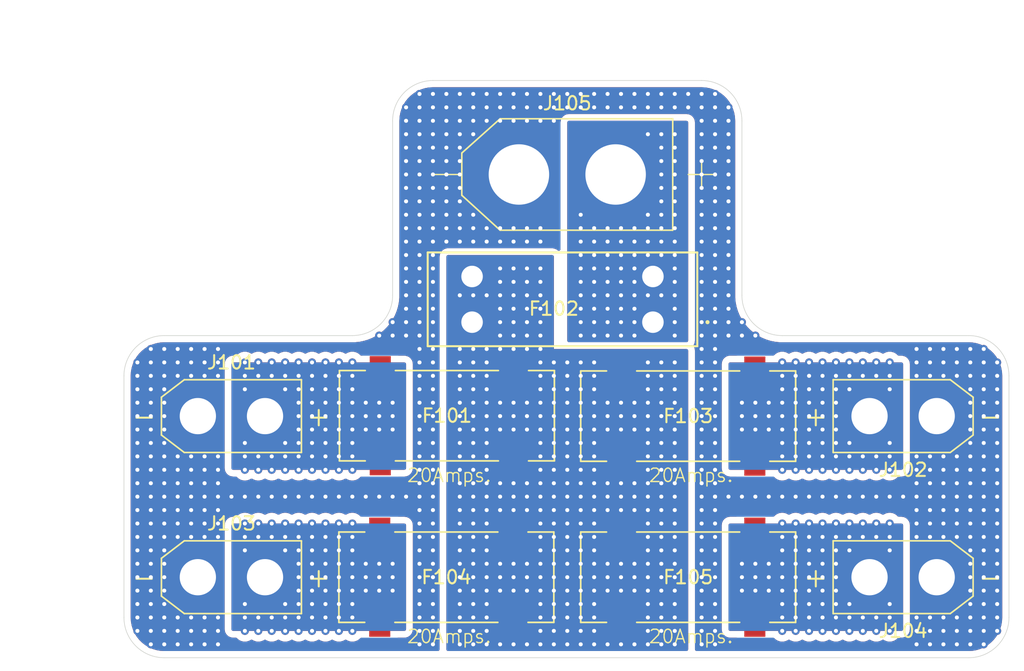
<source format=kicad_pcb>
(kicad_pcb (version 20241229) (generator "pcbnew") (generator_version "9.0")
  (layers (0 "F.Cu" signal) (4 "In1.Cu" signal) (6 "In2.Cu" signal) (2 "B.Cu" signal) (13 "F.Paste" user) (15 "B.Paste" user) (5 "F.SilkS" user "F.Silkscreen") (7 "B.SilkS" user "B.Silkscreen") (1 "F.Mask" user) (3 "B.Mask" user) (25 "Edge.Cuts" user))
  (net 0 "")
  (net 1 "Net-(F101-Pad1_1)")
  (net 2 "Net-(J101-Pin_2)")
  (net 3 "/48V")
  (net 4 "Net-(J102-Pin_2)")
  (net 5 "Net-(J103-Pin_2)")
  (net 6 "Net-(J104-Pin_2)")
  (net 7 "GND")
  (footprint "Connector_AMASS:AMASS_XT60-F_1x02_P7.20mm_Vertical" (layer "F.Cu") (at 135.4 46)
    (property "Reference" "J105" (at 3.6 -5.3 180) (layer "F.SilkS"))
    (property "Value" "XT60")
    (pad "1" thru_hole roundrect (at 0 0) (size 6 6) (drill 4.5) (layers "*.Cu" "*.Mask") (net 7 "GND"))
    (pad "2" thru_hole circle (at 7.2 0) (size 6 6) (drill 4.5) (layers "*.Cu" "*.Mask") (net 3 "/48V"))
  )
  (footprint "Connector_AMASS:AMASS_XT30U-F_1x02_P5.0mm_Vertical" (layer "F.Cu") (at 166.5 76 180)
    (property "Reference" "J104" (at 2.5 -4 0) (layer "F.SilkS"))
    (property "Value" "XT30U")
    (fp_text user "+" (at 9 0 0) (layer "F.SilkS") (effects (font (size 1.5 1.5))))
    (fp_text user "-" (at -4 0 0) (layer "F.SilkS") (effects (font (size 1.5 1.5))))
    (pad "1" thru_hole roundrect (at 0 0 180) (size 3.8 3.8) (drill 2.7) (layers "*.Cu" "*.Mask") (roundrect_rratio 0.2) (net 7 "GND"))
    (pad "2" thru_hole circle (at 5 0 180) (size 4 4) (drill 2.7) (layers "*.Cu" "*.Mask") (net 6 "Net-(J104-Pin_2)"))
  )
  (footprint "Connector_AMASS:AMASS_XT30U-F_1x02_P5.0mm_Vertical" (layer "F.Cu") (at 166.5 64 180)
    (property "Reference" "J102" (at 2.5 -4 0) (layer "F.SilkS"))
    (property "Value" "XT30U")
    (fp_text user "+" (at 9 0 0) (layer "F.SilkS") (effects (font (size 1.5 1.5))))
    (fp_text user "-" (at -4 0 0) (layer "F.SilkS") (effects (font (size 1.5 1.5))))
    (pad "1" thru_hole roundrect (at 0 0 180) (size 3.8 3.8) (drill 2.7) (layers "*.Cu" "*.Mask") (roundrect_rratio 0.2) (net 7 "GND"))
    (pad "2" thru_hole circle (at 5 0 180) (size 4 4) (drill 2.7) (layers "*.Cu" "*.Mask") (net 4 "Net-(J102-Pin_2)"))
  )
  (footprint "Fuse_holder:FUSE_3588-20" (layer "F.Cu") (at 148 76)
    (property "Reference" "F105" (at 0 0 0) (layer "F.SilkS"))
    (property "Value" "3588-20")
    (fp_text user "20Amps." (at -3 5 0) (layer "F.SilkS") (effects (font (thickness 0.1)) (justify left bottom)))
    (pad "1_1" smd rect (at -4.96 -3.03) (size 1.57 2.82) (layers "F.Cu" "F.Mask" "F.Paste") (net 1 "Net-(F101-Pad1_1)"))
    (pad "1_2" smd rect (at -4.96 3.03) (size 1.57 2.82) (layers "F.Cu" "F.Mask" "F.Paste") (net 1 "Net-(F101-Pad1_1)"))
    (pad "2_1" smd rect (at 4.96 -3.03) (size 1.57 2.82) (layers "F.Cu" "F.Mask" "F.Paste") (net 6 "Net-(J104-Pin_2)"))
    (pad "2_2" smd rect (at 4.96 3.03) (size 1.57 2.82) (layers "F.Cu" "F.Mask" "F.Paste") (net 6 "Net-(J104-Pin_2)"))
  )
  (footprint "Fuse_holder:FUSE_3588-20" (layer "F.Cu") (at 148 64)
    (property "Reference" "F103" (at 0 0 0) (layer "F.SilkS"))
    (property "Value" "3588-20")
    (fp_text user "20Amps." (at -3 5 0) (layer "F.SilkS") (effects (font (thickness 0.1)) (justify left bottom)))
    (pad "1_1" smd rect (at -4.96 -3.03) (size 1.57 2.82) (layers "F.Cu" "F.Mask" "F.Paste") (net 1 "Net-(F101-Pad1_1)"))
    (pad "1_2" smd rect (at -4.96 3.03) (size 1.57 2.82) (layers "F.Cu" "F.Mask" "F.Paste") (net 1 "Net-(F101-Pad1_1)"))
    (pad "2_1" smd rect (at 4.96 -3.03) (size 1.57 2.82) (layers "F.Cu" "F.Mask" "F.Paste") (net 4 "Net-(J102-Pin_2)"))
    (pad "2_2" smd rect (at 4.96 3.03) (size 1.57 2.82) (layers "F.Cu" "F.Mask" "F.Paste") (net 4 "Net-(J102-Pin_2)"))
  )
  (footprint "Connector_AMASS:AMASS_XT30U-F_1x02_P5.0mm_Vertical" (layer "F.Cu") (at 111.5 64)
    (property "Reference" "J101" (at 2.5 -4 0) (layer "F.SilkS"))
    (property "Value" "XT30U")
    (fp_text user "+" (at 9 0 0) (layer "F.SilkS") (effects (font (size 1.5 1.5))))
    (fp_text user "-" (at -4 0 0) (layer "F.SilkS") (effects (font (size 1.5 1.5))))
    (pad "1" thru_hole roundrect (at 0 0) (size 3.8 3.8) (drill 2.7) (layers "*.Cu" "*.Mask") (roundrect_rratio 0.2) (net 7 "GND"))
    (pad "2" thru_hole circle (at 5 0) (size 4 4) (drill 2.7) (layers "*.Cu" "*.Mask") (net 2 "Net-(J101-Pin_2)"))
  )
  (footprint "Fuse_holder:3557-15_KEY" (layer "F.Cu") (at 145.3754 57.0018 180)
    (property "Reference" "F102" (at 7.3754 1.0018 0) (layer "F.SilkS"))
    (property "Value" "3557-15")
    (pad "1" thru_hole rect (at 0 0 180) (size 2.1082 2.1082) (drill 1.6002) (layers "*.Cu" "*.Mask") (net 3 "/48V"))
    (pad "2" thru_hole circle (at 0 3.4036 180) (size 2.1082 2.1082) (drill 1.6002) (layers "*.Cu" "*.Mask") (net 3 "/48V"))
    (pad "3" thru_hole circle (at 13.462 3.4036 180) (size 2.1082 2.1082) (drill 1.6002) (layers "*.Cu" "*.Mask") (net 1 "Net-(F101-Pad1_1)"))
    (pad "4" thru_hole circle (at 13.462 0 180) (size 2.1082 2.1082) (drill 1.6002) (layers "*.Cu" "*.Mask") (net 1 "Net-(F101-Pad1_1)"))
  )
  (footprint "Connector_AMASS:AMASS_XT30U-F_1x02_P5.0mm_Vertical" (layer "F.Cu") (at 111.5 76)
    (property "Reference" "J103" (at 2.5 -4 0) (layer "F.SilkS"))
    (property "Value" "XT30U")
    (fp_text user "-" (at -4 0 0) (layer "F.SilkS") (effects (font (size 1.5 1.5))))
    (fp_text user "+" (at 9 0 0) (layer "F.SilkS") (effects (font (size 1.5 1.5))))
    (pad "1" thru_hole roundrect (at 0 0) (size 3.8 3.8) (drill 2.7) (layers "*.Cu" "*.Mask") (roundrect_rratio 0.2) (net 7 "GND"))
    (pad "2" thru_hole circle (at 5 0) (size 4 4) (drill 2.7) (layers "*.Cu" "*.Mask") (net 5 "Net-(J103-Pin_2)"))
  )
  (footprint "Fuse_holder:FUSE_3588-20" (layer "F.Cu") (at 130.04 63.97 180)
    (property "Reference" "F101" (at 0 0 0) (layer "F.SilkS"))
    (property "Value" "3588-20")
    (fp_text user "20Amps." (at 3.04 -5.03 0) (layer "F.SilkS") (effects (font (thickness 0.1)) (justify left bottom)))
    (pad "1_1" smd rect (at -4.96 -3.03 180) (size 1.57 2.82) (layers "F.Cu" "F.Mask" "F.Paste") (net 1 "Net-(F101-Pad1_1)"))
    (pad "1_2" smd rect (at -4.96 3.03 180) (size 1.57 2.82) (layers "F.Cu" "F.Mask" "F.Paste") (net 1 "Net-(F101-Pad1_1)"))
    (pad "2_1" smd rect (at 4.96 -3.03 180) (size 1.57 2.82) (layers "F.Cu" "F.Mask" "F.Paste") (net 2 "Net-(J101-Pin_2)"))
    (pad "2_2" smd rect (at 4.96 3.03 180) (size 1.57 2.82) (layers "F.Cu" "F.Mask" "F.Paste") (net 2 "Net-(J101-Pin_2)"))
  )
  (footprint "Fuse_holder:FUSE_3588-20" (layer "F.Cu") (at 130 76 180)
    (property "Reference" "F104" (at 0 0 0) (layer "F.SilkS"))
    (property "Value" "3588-20")
    (fp_text user "20Amps." (at 3 -5 0) (layer "F.SilkS") (effects (font (thickness 0.1)) (justify left bottom)))
    (pad "1_1" smd rect (at -4.96 -3.03 180) (size 1.57 2.82) (layers "F.Cu" "F.Mask" "F.Paste") (net 1 "Net-(F101-Pad1_1)"))
    (pad "1_2" smd rect (at -4.96 3.03 180) (size 1.57 2.82) (layers "F.Cu" "F.Mask" "F.Paste") (net 1 "Net-(F101-Pad1_1)"))
    (pad "2_1" smd rect (at 4.96 -3.03 180) (size 1.57 2.82) (layers "F.Cu" "F.Mask" "F.Paste") (net 5 "Net-(J103-Pin_2)"))
    (pad "2_2" smd rect (at 4.96 3.03 180) (size 1.57 2.82) (layers "F.Cu" "F.Mask" "F.Paste") (net 5 "Net-(J103-Pin_2)"))
  )
  (gr_line (start 148 46) (end 150 46) (stroke (width 0.1)) (layer "F.SilkS"))
  (gr_line (start 149 45) (end 149 47) (stroke (width 0.1)) (layer "F.SilkS"))
  (gr_line (start 129 46) (end 131.15 46) (stroke (width 0.1)) (layer "F.SilkS"))
  (gr_arc (start 106 61) (mid 106.87868 58.87868) (end 109 58) (stroke (width 0.05)) (layer "Edge.Cuts"))
  (gr_line (start 129 39) (end 149 39) (stroke (width 0.05)) (layer "Edge.Cuts"))
  (gr_line (start 109 82) (end 168.87868 82) (stroke (width 0.05)) (layer "Edge.Cuts"))
  (gr_line (start 168.87868 58) (end 155 58) (stroke (width 0.05)) (layer "Edge.Cuts"))
  (gr_arc (start 155 58) (mid 152.87868 57.12132) (end 152 55) (stroke (width 0.05)) (layer "Edge.Cuts"))
  (gr_arc (start 168.87868 58) (mid 171 58.87868) (end 171.87868 61) (stroke (width 0.05)) (layer "Edge.Cuts"))
  (gr_line (start 126 55) (end 126 42) (stroke (width 0.05)) (layer "Edge.Cuts"))
  (gr_line (start 123 58) (end 109 58) (stroke (width 0.05)) (layer "Edge.Cuts"))
  (gr_arc (start 171.87868 79) (mid 171 81.12132) (end 168.87868 82) (stroke (width 0.05)) (layer "Edge.Cuts"))
  (gr_line (start 171.87868 79) (end 171.87868 61) (stroke (width 0.05)) (layer "Edge.Cuts"))
  (gr_line (start 152 42) (end 152 55) (stroke (width 0.05)) (layer "Edge.Cuts"))
  (gr_arc (start 109 82) (mid 106.87868 81.12132) (end 106 79) (stroke (width 0.05)) (layer "Edge.Cuts"))
  (gr_arc (start 126 55) (mid 125.12132 57.12132) (end 123 58) (stroke (width 0.05)) (layer "Edge.Cuts"))
  (gr_arc (start 126 42) (mid 126.87868 39.87868) (end 129 39) (stroke (width 0.05)) (layer "Edge.Cuts"))
  (gr_arc (start 149 39) (mid 151.12132 39.87868) (end 152 42) (stroke (width 0.05)) (layer "Edge.Cuts"))
  (gr_line (start 106 61) (end 106 79) (stroke (width 0.05)) (layer "Edge.Cuts"))
  (via (at 134 65) (size 0.6) (drill 0.3) (layers "F.Cu" "B.Cu") (net 1))
  (via (at 140 70) (size 0.6) (drill 0.3) (layers "F.Cu" "B.Cu") (net 1))
  (via (at 146 69) (size 0.6) (drill 0.3) (layers "F.Cu" "B.Cu") (net 1))
  (via (at 139 64) (size 0.6) (drill 0.3) (layers "F.Cu" "B.Cu") (net 1))
  (via (at 137 78) (size 0.6) (drill 0.3) (layers "F.Cu" "B.Cu") (net 1))
  (via (at 133 77) (size 0.6) (drill 0.3) (layers "F.Cu" "B.Cu") (net 1))
  (via (at 140 63) (size 0.6) (drill 0.3) (layers "F.Cu" "B.Cu") (net 1))
  (via (at 134 55) (size 0.6) (drill 0.3) (layers "F.Cu" "B.Cu") (net 1))
  (via (at 138 81) (size 0.6) (drill 0.3) (layers "F.Cu" "B.Cu") (net 1))
  (via (at 145 65) (size 0.6) (drill 0.3) (layers "F.Cu" "B.Cu") (net 1))
  (via (at 141 81) (size 0.6) (drill 0.3) (layers "F.Cu" "B.Cu") (net 1))
  (via (at 147 61) (size 0.6) (drill 0.3) (layers "F.Cu" "B.Cu") (net 1))
  (via (at 139 78) (size 0.6) (drill 0.3) (layers "F.Cu" "B.Cu") (net 1))
  (via (at 141 62) (size 0.6) (drill 0.3) (layers "F.Cu" "B.Cu") (net 1))
  (via (at 145 77) (size 0.6) (drill 0.3) (layers "F.Cu" "B.Cu") (net 1))
  (via (at 139 62) (size 0.6) (drill 0.3) (layers "F.Cu" "B.Cu") (net 1))
  (via (at 147 81) (size 0.6) (drill 0.3) (layers "F.Cu" "B.Cu") (net 1))
  (via (at 141 74) (size 0.6) (drill 0.3) (layers "F.Cu" "B.Cu") (net 1))
  (via (at 145 66) (size 0.6) (drill 0.3) (layers "F.Cu" "B.Cu") (net 1))
  (via (at 133 78) (size 0.6) (drill 0.3) (layers "F.Cu" "B.Cu") (net 1))
  (via (at 137 81) (size 0.6) (drill 0.3) (layers "F.Cu" "B.Cu") (net 1))
  (via (at 137 75) (size 0.6) (drill 0.3) (layers "F.Cu" "B.Cu") (net 1))
  (via (at 145 78) (size 0.6) (drill 0.3) (layers "F.Cu" "B.Cu") (net 1))
  (via (at 133 67) (size 0.6) (drill 0.3) (layers "F.Cu" "B.Cu") (net 1))
  (via (at 138 80) (size 0.6) (drill 0.3) (layers "F.Cu" "B.Cu") (net 1))
  (via (at 138 61) (size 0.6) (drill 0.3) (layers "F.Cu" "B.Cu") (net 1))
  (via (at 146 80) (size 0.6) (drill 0.3) (layers "F.Cu" "B.Cu") (net 1))
  (via (at 136 81) (size 0.6) (drill 0.3) (layers "F.Cu" "B.Cu") (net 1))
  (via (at 146 65) (size 0.6) (drill 0.3) (layers "F.Cu" "B.Cu") (net 1))
  (via (at 133 76) (size 0.6) (drill 0.3) (layers "F.Cu" "B.Cu") (net 1))
  (via (at 140 79) (size 0.6) (drill 0.3) (layers "F.Cu" "B.Cu") (net 1))
  (via (at 131 68) (size 0.6) (drill 0.3) (layers "F.Cu" "B.Cu") (net 1))
  (via (at 134 59) (size 0.6) (drill 0.3) (layers "F.Cu" "B.Cu") (net 1))
  (via (at 145 69) (size 0.6) (drill 0.3) (layers "F.Cu" "B.Cu") (net 1))
  (via (at 135 53) (size 0.6) (drill 0.3) (layers "F.Cu" "B.Cu") (net 1))
  (via (at 137 79) (size 0.6) (drill 0.3) (layers "F.Cu" "B.Cu") (net 1))
  (via (at 131 74) (size 0.6) (drill 0.3) (layers "F.Cu" "B.Cu") (net 1))
  (via (at 139 69) (size 0.6) (drill 0.3) (layers "F.Cu" "B.Cu") (net 1))
  (via (at 143 75) (size 0.6) (drill 0.3) (layers "F.Cu" "B.Cu") (net 1))
  (via (at 141 77) (size 0.6) (drill 0.3) (layers "F.Cu" "B.Cu") (net 1))
  (via (at 139 81) (size 0.6) (drill 0.3) (layers "F.Cu" "B.Cu") (net 1))
  (via (at 137 74) (size 0.6) (drill 0.3) (layers "F.Cu" "B.Cu") (net 1))
  (via (at 140 74) (size 0.6) (drill 0.3) (layers "F.Cu" "B.Cu") (net 1))
  (via (at 140 64) (size 0.6) (drill 0.3) (layers "F.Cu" "B.Cu") (net 1))
  (via (at 131 75) (size 0.6) (drill 0.3) (layers "F.Cu" "B.Cu") (net 1))
  (via (at 138 76) (size 0.6) (drill 0.3) (layers "F.Cu" "B.Cu") (net 1))
  (via (at 136 57) (size 0.6) (drill 0.3) (layers "F.Cu" "B.Cu") (net 1))
  (via (at 131 66) (size 0.6) (drill 0.3) (layers "F.Cu" "B.Cu") (net 1))
  (via (at 146 61) (size 0.6) (drill 0.3) (layers "F.Cu" "B.Cu") (net 1))
  (via (at 141 67) (size 0.6) (drill 0.3) (layers "F.Cu" "B.Cu") (net 1))
  (via (at 132 74) (size 0.6) (drill 0.3) (layers "F.Cu" "B.Cu") (net 1))
  (via (at 136 56) (size 0.6) (drill 0.3) (layers "F.Cu" "B.Cu") (net 1))
  (via (at 147 60) (size 0.6) (drill 0.3) (layers "F.Cu" "B.Cu") (net 1))
  (via (at 131 77) (size 0.6) (drill 0.3) (layers "F.Cu" "B.Cu") (net 1))
  (via (at 132 70) (size 0.6) (drill 0.3) (layers "F.Cu" "B.Cu") (net 1))
  (via (at 145 73) (size 0.6) (drill 0.3) (layers "F.Cu" "B.Cu") (net 1))
  (via (at 133 80) (size 0.6) (drill 0.3) (layers "F.Cu" "B.Cu") (net 1))
  (via (at 138 63) (size 0.6) (drill 0.3) (layers "F.Cu" "B.Cu") (net 1))
  (via (at 132 68) (size 0.6) (drill 0.3) (layers "F.Cu" "B.Cu") (net 1))
  (via (at 137 71) (size 0.6) (drill 0.3) (layers "F.Cu" "B.Cu") (net 1))
  (via (at 145 68) (size 0.6) (drill 0.3) (layers "F.Cu" "B.Cu") (net 1))
  (via (at 134 76) (size 0.6) (drill 0.3) (layers "F.Cu" "B.Cu") (net 1))
  (via (at 131 70) (size 0.6) (drill 0.3) (layers "F.Cu" "B.Cu") (net 1))
  (via (at 144 63) (size 0.6) (drill 0.3) (layers "F.Cu" "B.Cu") (net 1))
  (via (at 139 72) (size 0.6) (drill 0.3) (layers "F.Cu" "B.Cu") (net 1))
  (via (at 136 71) (size 0.6) (drill 0.3) (layers "F.Cu" "B.Cu") (net 1))
  (via (at 134 54) (size 0.6) (drill 0.3) (layers "F.Cu" "B.Cu") (net 1))
  (via (at 146 73) (size 0.6) (drill 0.3) (layers "F.Cu" "B.Cu") (net 1))
  (via (at 141 60) (size 0.6) (drill 0.3) (layers "F.Cu" "B.Cu") (net 1))
  (via (at 135 81) (size 0.6) (drill 0.3) (layers "F.Cu" "B.Cu") (net 1))
  (via (at 142 76) (size 0.6) (drill 0.3) (layers "F.Cu" "B.Cu") (net 1))
  (via (at 132 72) (size 0.6) (drill 0.3) (layers "F.Cu" "B.Cu") (net 1))
  (via (at 133 64) (size 0.6) (drill 0.3) (layers "F.Cu" "B.Cu") (net 1))
  (via (at 137 63) (size 0.6) (drill 0.3) (layers "F.Cu" "B.Cu") (net 1))
  (via (at 143 70) (size 0.6) (drill 0.3) (layers "F.Cu" "B.Cu") (net 1))
  (via (at 136 70) (size 0.6) (drill 0.3) (layers "F.Cu" "B.Cu") (net 1))
  (via (at 132 65) (size 0.6) (drill 0.3) (layers "F.Cu" "B.Cu") (net 1))
  (via (at 142 70) (size 0.6) (drill 0.3) (layers "F.Cu" "B.Cu") (net 1))
  (via (at 141 73) (size 0.6) (drill 0.3) (layers "F.Cu" "B.Cu") (net 1))
  (via (at 144 75) (size 0.6) (drill 0.3) (layers "F.Cu" "B.Cu") (net 1))
  (via (at 137 64) (size 0.6) (drill 0.3) (layers "F.Cu" "B.Cu") (net 1))
  (via (at 139 68) (size 0.6) (drill 0.3) (layers "F.Cu" "B.Cu") (net 1))
  (via (at 146 67) (size 0.6) (drill 0.3) (layers "F.Cu" "B.Cu") (net 1))
  (via (at 142 63) (size 0.6) (drill 0.3) (layers "F.Cu" "B.Cu") (net 1))
  (via (at 143 69) (size 0.6) (drill 0.3) (layers "F.Cu" "B.Cu") (net 1))
  (via (at 133 75) (size 0.6) (drill 0.3) (layers "F.Cu" "B.Cu") (net 1))
  (via (at 137 66) (size 0.6) (drill 0.3) (layers "F.Cu" "B.Cu") (net 1))
  (via (at 143 64) (size 0.6) (drill 0.3) (layers "F.Cu" "B.Cu") (net 1))
  (via (at 146 72) (size 0.6) (drill 0.3) (layers "F.Cu" "B.Cu") (net 1))
  (via (at 132 77) (size 0.6) (drill 0.3) (layers "F.Cu" "B.Cu") (net 1))
  (via (at 144 81) (size 0.6) (drill 0.3) (layers "F.Cu" "B.Cu") (net 1))
  (via (at 144 71) (size 0.6) (drill 0.3) (layers "F.Cu" "B.Cu") (net 1))
  (via (at 145 63) (size 0.6) (drill 0.3) (layers "F.Cu" "B.Cu") (net 1))
  (via (at 147 80) (size 0.6) (drill 0.3) (layers "F.Cu" "B.Cu") (net 1))
  (via (at 135 58) (size 0.6) (drill 0.3) (layers "F.Cu" "B.Cu") (net 1))
  (via (at 135 75) (size 0.6) (drill 0.3) (layers "F.Cu" "B.Cu") (net 1))
  (via (at 133 79) (size 0.6) (drill 0.3) (layers "F.Cu" "B.Cu") (net 1))
  (via (at 145 74) (size 0.6) (drill 0.3) (layers "F.Cu" "B.Cu") (net 1))
  (via (at 132 55) (size 0.6) (drill 0.3) (layers "F.Cu" "B.Cu") (net 1))
  (via (at 131 69) (size 0.6) (drill 0.3) (layers "F.Cu" "B.Cu") (net 1))
  (via (at 131 72) (size 0.6) (drill 0.3) (layers "F.Cu" "B.Cu") (net 1))
  (via (at 141 78) (size 0.6) (drill 0.3) (layers "F.Cu" "B.Cu") (net 1))
  (via (at 139 61) (size 0.6) (drill 0.3) (layers "F.Cu" "B.Cu") (net 1))
  (via (at 136 53) (size 0.6) (drill 0.3) (layers "F.Cu" "B.Cu") (net 1))
  (via (at 138 79) (size 0.6) (drill 0.3) (layers "F.Cu" "B.Cu") (net 1))
  (via (at 142 81) (size 0.6) (drill 0.3) (layers "F.Cu" "B.Cu") (net 1))
  (via (at 145 75) (size 0.6) (drill 0.3) (layers "F.Cu" "B.Cu") (net 1))
  (via (at 143 77) (size 0.6) (drill 0.3) (layers "F.Cu" "B.Cu") (net 1))
  (via (at 131 71) (size 0.6) (drill 0.3) (layers "F.Cu" "B.Cu") (net 1))
  (via (at 138 71) (size 0.6) (drill 0.3) (layers "F.Cu" "B.Cu") (net 1))
  (via (at 135 71) (size 0.6) (drill 0.3) (layers "F.Cu" "B.Cu") (net 1))
  (via (at 142 64) (size 0.6) (drill 0.3) (layers "F.Cu" "B.Cu") (net 1))
  (via (at 139 80) (size 0.6) (drill 0.3) (layers "F.Cu" "B.Cu") (net 1))
  (via (at 138 64) (size 0.6) (drill 0.3) (layers "F.Cu" "B.Cu") (net 1))
  (via (at 140 67) (size 0.6) (drill 0.3) (layers "F.Cu" "B.Cu") (net 1))
  (via (at 135 76) (size 0.6) (drill 0.3) (layers "F.Cu" "B.Cu") (net 1))
  (via (at 139 63) (size 0.6) (drill 0.3) (layers "F.Cu" "B.Cu") (net 1))
  (via (at 137 68) (size 0.6) (drill 0.3) (layers "F.Cu" "B.Cu") (net 1))
  (via (at 134 57) (size 0.6) (drill 0.3) (layers "F.Cu" "B.Cu") (net 1))
  (via (at 135 56) (size 0.6) (drill 0.3) (layers "F.Cu" "B.Cu") (net 1))
  (via (at 138 78) (size 0.6) (drill 0.3) (layers "F.Cu" "B.Cu") (net 1))
  (via (at 144 64) (size 0.6) (drill 0.3) (layers "F.Cu" "B.Cu") (net 1))
  (via (at 136 77) (size 0.6) (drill 0.3) (layers "F.Cu" "B.Cu") (net 1))
  (via (at 134 69) (size 0.6) (drill 0.3) (layers "F.Cu" "B.Cu") (net 1))
  (via (at 138 73) (size 0.6) (drill 0.3) (layers "F.Cu" "B.Cu") (net 1))
  (via (at 138 75) (size 0.6) (drill 0.3) (layers "F.Cu" "B.Cu") (net 1))
  (via (at 139 70) (size 0.6) (drill 0.3) (layers "F.Cu" "B.Cu") (net 1))
  (via (at 139 76) (size 0.6) (drill 0.3) (layers "F.Cu" "B.Cu") (net 1))
  (via (at 141 79) (size 0.6) (drill 0.3) (layers "F.Cu" "B.Cu") (net 1))
  (via (at 138 62) (size 0.6) (drill 0.3) (layers "F.Cu" "B.Cu") (net 1))
  (via (at 136 69) (size 0.6) (drill 0.3) (layers "F.Cu" "B.Cu") (net 1))
  (via (at 134 58) (size 0.6) (drill 0.3) (layers "F.Cu" "B.Cu") (net 1))
  (via (at 138 68) (size 0.6) (drill 0.3) (layers "F.Cu" "B.Cu") (net 1))
  (via (at 133 71) (size 0.6) (drill 0.3) (layers "F.Cu" "B.Cu") (net 1))
  (via (at 138 77) (size 0.6) (drill 0.3) (layers "F.Cu" "B.Cu") (net 1))
  (via (at 143 65) (size 0.6) (drill 0.3) (layers "F.Cu" "B.Cu") (net 1))
  (via (at 139 73) (size 0.6) (drill 0.3) (layers "F.Cu" "B.Cu") (net 1))
  (via (at 141 72) (size 0.6) (drill 0.3) (layers "F.Cu" "B.Cu") (net 1))
  (via (at 142 65) (size 0.6) (drill 0.3) (layers "F.Cu" "B.Cu") (net 1))
  (via (at 147 78) (size 0.6) (drill 0.3) (layers "F.Cu" "B.Cu") (net 1))
  (via (at 139 66) (size 0.6) (drill 0.3) (layers "F.Cu" "B.Cu") (net 1))
  (via (at 141 61) (size 0.6) (drill 0.3) (layers "F.Cu" "B.Cu") (net 1))
  (via (at 146 74) (size 0.6) (drill 0.3) (layers "F.Cu" "B.Cu") (net 1))
  (via (at 136 55) (size 0.6) (drill 0.3) (layers "F.Cu" "B.Cu") (net 1))
  (via (at 134 56) (size 0.6) (drill 0.3) (layers "F.Cu" "B.Cu") (net 1))
  (via (at 131 60) (size 0.6) (drill 0.3) (layers "F.Cu" "B.Cu") (net 1))
  (via (at 137 70) (size 0.6) (drill 0.3) (layers "F.Cu" "B.Cu") (net 1))
  (via (at 137 58) (size 0.6) (drill 0.3) (layers "F.Cu" "B.Cu") (net 1))
  (via (at 140 68) (size 0.6) (drill 0.3) (layers "F.Cu" "B.Cu") (net 1))
  (via (at 139 79) (size 0.6) (drill 0.3) (layers "F.Cu" "B.Cu") (net 1))
  (via (at 137 80) (size 0.6) (drill 0.3) (layers "F.Cu" "B.Cu") (net 1))
  (via (at 135 59) (size 0.6) (drill 0.3) (layers "F.Cu" "B.Cu") (net 1))
  (via (at 147 75) (size 0.6) (drill 0.3) (layers "F.Cu" "B.Cu") (net 1))
  (via (at 136 58) (size 0.6) (drill 0.3) (layers "F.Cu" "B.Cu") (net 1))
  (via (at 146 62) (size 0.6) (drill 0.3) (layers "F.Cu" "B.Cu") (net 1))
  (via (at 145 70) (size 0.6) (drill 0.3) (layers "F.Cu" "B.Cu") (net 1))
  (via (at 133 72) (size 0.6) (drill 0.3) (layers "F.Cu" "B.Cu") (net 1))
  (via (at 136 65) (size 0.6) (drill 0.3) (layers "F.Cu" "B.Cu") (net 1))
  (via (at 140 73) (size 0.6) (drill 0.3) (layers "F.Cu" "B.Cu") (net 1))
  (via (at 145 64) (size 0.6) (drill 0.3) (layers "F.Cu" "B.Cu") (net 1))
  (via (at 133 73) (size 0.6) (drill 0.3) (layers "F.Cu" "B.Cu") (net 1))
  (via (at 131 59) (size 0.6) (drill 0.3) (layers "F.Cu" "B.Cu") (net 1))
  (via (at 142 77) (size 0.6) (drill 0.3) (layers "F.Cu" "B.Cu") (net 1))
  (via (at 146 78) (size 0.6) (drill 0.3) (layers "F.Cu" "B.Cu") (net 1))
  (via (at 135 77) (size 0.6) (drill 0.3) (layers "F.Cu" "B.Cu") (net 1))
  (via (at 135 63) (size 0.6) (drill 0.3) (layers "F.Cu" "B.Cu") (net 1))
  (via (at 137 61) (size 0.6) (drill 0.3) (layers "F.Cu" "B.Cu") (net 1))
  (via (at 132 59) (size 0.6) (drill 0.3) (layers "F.Cu" "B.Cu") (net 1))
  (via (at 147 71) (size 0.6) (drill 0.3) (layers "F.Cu" "B.Cu") (net 1))
  (via (at 131 65) (size 0.6) (drill 0.3) (layers "F.Cu" "B.Cu") (net 1))
  (via (at 140 65) (size 0.6) (drill 0.3) (layers "F.Cu" "B.Cu") (net 1))
  (via (at 137 53) (size 0.6) (drill 0.3) (layers "F.Cu" "B.Cu") (net 1))
  (via (at 138 70) (size 0.6) (drill 0.3) (layers "F.Cu" "B.Cu") (net 1))
  (via (at 137 72) (size 0.6) (drill 0.3) (layers "F.Cu" "B.Cu") (net 1))
  (via (at 142 69) (size 0.6) (drill 0.3) (layers "F.Cu" "B.Cu") (net 1))
  (via (at 146 75) (size 0.6) (drill 0.3) (layers "F.Cu" "B.Cu") (net 1))
  (via (at 141 75) (size 0.6) (drill 0.3) (layers "F.Cu" "B.Cu") (net 1))
  (via (at 140 66) (size 0.6) (drill 0.3) (layers "F.Cu" "B.Cu") (net 1))
  (via (at 137 60) (size 0.6) (drill 0.3) (layers "F.Cu" "B.Cu") (net 1))
  (via (at 132 81) (size 0.6) (drill 0.3) (layers "F.Cu" "B.Cu") (net 1))
  (via (at 143 76) (size 0.6) (drill 0.3) (layers "F.Cu" "B.Cu") (net 1))
  (via (at 134 64) (size 0.6) (drill 0.3) (layers "F.Cu" "B.Cu") (net 1))
  (via (at 140 72) (size 0.6) (drill 0.3) (layers "F.Cu" "B.Cu") (net 1))
  (via (at 142 71) (size 0.6) (drill 0.3) (layers "F.Cu" "B.Cu") (net 1))
  (via (at 140 77) (size 0.6) (drill 0.3) (layers "F.Cu" "B.Cu") (net 1))
  (via (at 145 71) (size 0.6) (drill 0.3) (layers "F.Cu" "B.Cu") (net 1))
  (via (at 136 75) (size 0.6) (drill 0.3) (layers "F.Cu" "B.Cu") (net 1))
  (via (at 132 73) (size 0.6) (drill 0.3) (layers "F.Cu" "B.Cu") (net 1))
  (via (at 139 65) (size 0.6) (drill 0.3) (layers "F.Cu" "B.Cu") (net 1))
  (via (at 147 69) (size 0.6) (drill 0.3) (layers "F.Cu" "B.Cu") (net 1))
  (via (at 145 67) (size 0.6) (drill 0.3) (layers "F.Cu" "B.Cu") (net 1))
  (via (at 132 63) (size 0.6) (drill 0.3) (layers "F.Cu" "B.Cu") (net 1))
  (via (at 131 78) (size 0.6) (drill 0.3) (layers "F.Cu" "B.Cu") (net 1))
  (via (at 137 76) (size 0.6) (drill 0.3) (layers "F.Cu" "B.Cu") (net 1))
  (via (at 135 64) (size 0.6) (drill 0.3) (layers "F.Cu" "B.Cu") (net 1))
  (via (at 134 70) (size 0.6) (drill 0.3) (layers "F.Cu" "B.Cu") (net 1))
  (via (at 146 71) (size 0.6) (drill 0.3) (layers "F.Cu" "B.Cu") (net 1))
  (via (at 134 81) (size 0.6) (drill 0.3) (layers "F.Cu" "B.Cu") (net 1))
  (via (at 145 79) (size 0.6) (drill 0.3) (layers "F.Cu" "B.Cu") (net 1))
  (via (at 133 55) (size 0.6) (drill 0.3) (layers "F.Cu" "B.Cu") (net 1))
  (via (at 147 70) (size 0.6) (drill 0.3) (layers "F.Cu" "B.Cu") (net 1))
  (via (at 147 65) (size 0.6) (drill 0.3) (layers "F.Cu" "B.Cu") (net 1))
  (via (at 146 64) (size 0.6) (drill 0.3) (layers "F.Cu" "B.Cu") (net 1))
  (via (at 136 54) (size 0.6) (drill 0.3) (layers "F.Cu" "B.Cu") (net 1))
  (via (at 140 80) (size 0.6) (drill 0.3) (layers "F.Cu" "B.Cu") (net 1))
  (via (at 145 81) (size 0.6) (drill 0.3) (layers "F.Cu" "B.Cu") (net 1))
  (via (at 134 63) (size 0.6) (drill 0.3) (layers "F.Cu" "B.Cu") (net 1))
  (via (at 137 62) (size 0.6) (drill 0.3) (layers "F.Cu" "B.Cu") (net 1))
  (via (at 144 77) (size 0.6) (drill 0.3) (layers "F.Cu" "B.Cu") (net 1))
  (via (at 132 79) (size 0.6) (drill 0.3) (layers "F.Cu" "B.Cu") (net 1))
  (via (at 133 66) (size 0.6) (drill 0.3) (layers "F.Cu" "B.Cu") (net 1))
  (via (at 136 63) (size 0.6) (drill 0.3) (layers "F.Cu" "B.Cu") (net 1))
  (via (at 143 71) (size 0.6) (drill 0.3) (layers "F.Cu" "B.Cu") (net 1))
  (via (at 131 55) (size 0.6) (drill 0.3) (layers "F.Cu" "B.Cu") (net 1))
  (via (at 141 68) (size 0.6) (drill 0.3) (layers "F.Cu" "B.Cu") (net 1))
  (via (at 132 61) (size 0.6) (drill 0.3) (layers "F.Cu" "B.Cu") (net 1))
  (via (at 144 65) (size 0.6) (drill 0.3) (layers "F.Cu" "B.Cu") (net 1))
  (via (at 138 72) (size 0.6) (drill 0.3) (layers "F.Cu" "B.Cu") (net 1))
  (via (at 137 55) (size 0.6) (drill 0.3) (layers "F.Cu" "B.Cu") (net 1))
  (via (at 143 81) (size 0.6) (drill 0.3) (layers "F.Cu" "B.Cu") (net 1))
  (via (at 139 75) (size 0.6) (drill 0.3) (layers "F.Cu" "B.Cu") (net 1))
  (via (at 132 62) (size 0.6) (drill 0.3) (layers "F.Cu" "B.Cu") (net 1))
  (via (at 132 75) (size 0.6) (drill 0.3) (layers "F.Cu" "B.Cu") (net 1))
  (via (at 142 75) (size 0.6) (drill 0.3) (layers "F.Cu" "B.Cu") (net 1))
  (via (at 137 67) (size 0.6) (drill 0.3) (layers "F.Cu" "B.Cu") (net 1))
  (via (at 141 76) (size 0.6) (drill 0.3) (layers "F.Cu" "B.Cu") (net 1))
  (via (at 140 78) (size 0.6) (drill 0.3) (layers "F.Cu" "B.Cu") (net 1))
  (via (at 133 69) (size 0.6) (drill 0.3) (layers "F.Cu" "B.Cu") (net 1))
  (via (at 141 65) (size 0.6) (drill 0.3) (layers "F.Cu" "B.Cu") (net 1))
  (via (at 133 62) (size 0.6) (drill 0.3) (layers "F.Cu" "B.Cu") (net 1))
  (via (at 146 76) (size 0.6) (drill 0.3) (layers "F.Cu" "B.Cu") (net 1))
  (via (at 145 60) (size 0.6) (drill 0.3) (layers "F.Cu" "B.Cu") (net 1))
  (via (at 141 69) (size 0.6) (drill 0.3) (layers "F.Cu" "B.Cu") (net 1))
  (via (at 132 71) (size 0.6) (drill 0.3) (layers "F.Cu" "B.Cu") (net 1))
  (via (at 134 75) (size 0.6) (drill 0.3) (layers "F.Cu" "B.Cu") (net 1))
  (via (at 131 67) (size 0.6) (drill 0.3) (layers "F.Cu" "B.Cu") (net 1))
  (via (at 145 62) (size 0.6) (drill 0.3) (layers "F.Cu" "B.Cu") (net 1))
  (via (at 139 67) (size 0.6) (drill 0.3) (layers "F.Cu" "B.Cu") (net 1))
  (via (at 132 64) (size 0.6) (drill 0.3) (layers "F.Cu" "B.Cu") (net 1))
  (via (at 138 66) (size 0.6) (drill 0.3) (layers "F.Cu" "B.Cu") (net 1))
  (via (at 137 77) (size 0.6) (drill 0.3) (layers "F.Cu" "B.Cu") (net 1))
  (via (at 146 66) (size 0.6) (drill 0.3) (layers "F.Cu" "B.Cu") (net 1))
  (via (at 141 66) (size 0.6) (drill 0.3) (layers "F.Cu" "B.Cu") (net 1))
  (via (at 133 70) (size 0.6) (drill 0.3) (layers "F.Cu" "B.Cu") (net 1))
  (via (at 131 80) (size 0.6) (drill 0.3) (layers "F.Cu" "B.Cu") (net 1))
  (via (at 132 69) (size 0.6) (drill 0.3) (layers "F.Cu" "B.Cu") (net 1))
  (via (at 147 67) (size 0.6) (drill 0.3) (layers "F.Cu" "B.Cu") (net 1))
  (via (at 147 73) (size 0.6) (drill 0.3) (layers "F.Cu" "B.Cu") (net 1))
  (via (at 135 54) (size 0.6) (drill 0.3) (layers "F.Cu" "B.Cu") (net 1))
  (via (at 135 65) (size 0.6) (drill 0.3) (layers "F.Cu" "B.Cu") (net 1))
  (via (at 138 69) (size 0.6) (drill 0.3) (layers "F.Cu" "B.Cu") (net 1))
  (via (at 146 70) (size 0.6) (drill 0.3) (layers "F.Cu" "B.Cu") (net 1))
  (via (at 138 74) (size 0.6) (drill 0.3) (layers "F.Cu" "B.Cu") (net 1))
  (via (at 135 69) (size 0.6) (drill 0.3) (layers "F.Cu" "B.Cu") (net 1))
  (via (at 145 80) (size 0.6) (drill 0.3) (layers "F.Cu" "B.Cu") (net 1))
  (via (at 137 69) (size 0.6) (drill 0.3) (layers "F.Cu" "B.Cu") (net 1))
  (via (at 132 80) (size 0.6) (drill 0.3) (layers "F.Cu" "B.Cu") (net 1))
  (via (at 140 71) (size 0.6) (drill 0.3) (layers "F.Cu" "B.Cu") (net 1))
  (via (at 133 74) (size 0.6) (drill 0.3) (layers "F.Cu" "B.Cu") (net 1))
  (via (at 135 57) (size 0.6) (drill 0.3) (layers "F.Cu" "B.Cu") (net 1))
  (via (at 147 62) (size 0.6) (drill 0.3) (layers "F.Cu" "B.Cu") (net 1))
  (via (at 134 53) (size 0.6) (drill 0.3) (layers "F.Cu" "B.Cu") (net 1))
  (via (at 131 63) (size 0.6) (drill 0.3) (layers "F.Cu" "B.Cu") (net 1))
  (via (at 147 68) (size 0.6) (drill 0.3) (layers "F.Cu" "B.Cu") (net 1))
  (via (at 147 74) (size 0.6) (drill 0.3) (layers "F.Cu" "B.Cu") (net 1))
  (via (at 140 60) (size 0.6) (drill 0.3) (layers "F.Cu" "B.Cu") (net 1))
  (via (at 145 61) (size 0.6) (drill 0.3) (layers "F.Cu" "B.Cu") (net 1))
  (via (at 132 78) (size 0.6) (drill 0.3) (layers "F.Cu" "B.Cu") (net 1))
  (via (at 137 73) (size 0.6) (drill 0.3) (layers "F.Cu" "B.Cu") (net 1))
  (via (at 132 67) (size 0.6) (drill 0.3) (layers "F.Cu" "B.Cu") (net 1))
  (via (at 131 61) (size 0.6) (drill 0.3) (layers "F.Cu" "B.Cu") (net 1))
  (via (at 140 69) (size 0.6) (drill 0.3) (layers "F.Cu" "B.Cu") (net 1))
  (via (at 137 65) (size 0.6) (drill 0.3) (layers "F.Cu" "B.Cu") (net 1))
  (via (at 147 79) (size 0.6) (drill 0.3) (layers "F.Cu" "B.Cu") (net 1))
  (via (at 137 56) (size 0.6) (drill 0.3) (layers "F.Cu" "B.Cu") (net 1))
  (via (at 140 81) (size 0.6) (drill 0.3) (layers "F.Cu" "B.Cu") (net 1))
  (via (at 138 67) (size 0.6) (drill 0.3) (layers "F.Cu" "B.Cu") (net 1))
  (via (at 132 66) (size 0.6) (drill 0.3) (layers "F.Cu" "B.Cu") (net 1))
  (via (at 147 76) (size 0.6) (drill 0.3) (layers "F.Cu" "B.Cu") (net 1))
  (via (at 131 62) (size 0.6) (drill 0.3) (layers "F.Cu" "B.Cu") (net 1))
  (via (at 139 77) (size 0.6) (drill 0.3) (layers "F.Cu" "B.Cu") (net 1))
  (via (at 146 68) (size 0.6) (drill 0.3) (layers "F.Cu" "B.Cu") (net 1))
  (via (at 137 59) (size 0.6) (drill 0.3) (layers "F.Cu" "B.Cu") (net 1))
  (via (at 141 64) (size 0.6) (drill 0.3) (layers "F.Cu" "B.Cu") (net 1))
  (via (at 144 76) (size 0.6) (drill 0.3) (layers "F.Cu" "B.Cu") (net 1))
  (via (at 136 64) (size 0.6) (drill 0.3) (layers "F.Cu" "B.Cu") (net 1))
  (via (at 132 60) (size 0.6) (drill 0.3) (layers "F.Cu" "B.Cu") (net 1))
  (via (at 138 65) (size 0.6) (drill 0.3) (layers "F.Cu" "B.Cu") (net 1))
  (via (at 141 71) (size 0.6) (drill 0.3) (layers "F.Cu" "B.Cu") (net 1))
  (via (at 139 71) (size 0.6) (drill 0.3) (layers "F.Cu" "B.Cu") (net 1))
  (via (at 147 63) (size 0.6) (drill 0.3) (layers "F.Cu" "B.Cu") (net 1))
  (via (at 147 77) (size 0.6) (drill 0.3) (layers "F.Cu" "B.Cu") (net 1))
  (via (at 147 66) (size 0.6) (drill 0.3) (layers "F.Cu" "B.Cu") (net 1))
  (via (at 132 76) (size 0.6) (drill 0.3) (layers "F.Cu" "B.Cu") (net 1))
  (via (at 146 81) (size 0.6) (drill 0.3) (layers "F.Cu" "B.Cu") (net 1))
  (via (at 140 62) (size 0.6) (drill 0.3) (layers "F.Cu" "B.Cu") (net 1))
  (via (at 146 63) (size 0.6) (drill 0.3) (layers "F.Cu" "B.Cu") (net 1))
  (via (at 140 75) (size 0.6) (drill 0.3) (layers "F.Cu" "B.Cu") (net 1))
  (via (at 140 76) (size 0.6) (drill 0.3) (layers "F.Cu" "B.Cu") (net 1))
  (via (at 139 74) (size 0.6) (drill 0.3) (layers "F.Cu" "B.Cu") (net 1))
  (via (at 137 54) (size 0.6) (drill 0.3) (layers "F.Cu" "B.Cu") (net 1))
  (via (at 141 63) (size 0.6) (drill 0.3) (layers "F.Cu" "B.Cu") (net 1))
  (via (at 143 63) (size 0.6) (drill 0.3) (layers "F.Cu" "B.Cu") (net 1))
  (via (at 133 68) (size 0.6) (drill 0.3) (layers "F.Cu" "B.Cu") (net 1))
  (via (at 147 64) (size 0.6) (drill 0.3) (layers "F.Cu" "B.Cu") (net 1))
  (via (at 136 76) (size 0.6) (drill 0.3) (layers "F.Cu" "B.Cu") (net 1))
  (via (at 144 69) (size 0.6) (drill 0.3) (layers "F.Cu" "B.Cu") (net 1))
  (via (at 134 77) (size 0.6) (drill 0.3) (layers "F.Cu" "B.Cu") (net 1))
  (via (at 131 73) (size 0.6) (drill 0.3) (layers "F.Cu" "B.Cu") (net 1))
  (via (at 140 61) (size 0.6) (drill 0.3) (layers "F.Cu" "B.Cu") (net 1))
  (via (at 138 60) (size 0.6) (drill 0.3) (layers "F.Cu" "B.Cu") (net 1))
  (via (at 131 76) (size 0.6) (drill 0.3) (layers "F.Cu" "B.Cu") (net 1))
  (via (at 135 55) (size 0.6) (drill 0.3) (layers "F.Cu" "B.Cu") (net 1))
  (via (at 145 72) (size 0.6) (drill 0.3) (layers "F.Cu" "B.Cu") (net 1))
  (via (at 147 72) (size 0.6) (drill 0.3) (layers "F.Cu" "B.Cu") (net 1))
  (via (at 133 63) (size 0.6) (drill 0.3) (layers "F.Cu" "B.Cu") (net 1))
  (via (at 133 61) (size 0.6) (drill 0.3) (layers "F.Cu" "B.Cu") (net 1))
  (via (at 141 80) (size 0.6) (drill 0.3) (layers "F.Cu" "B.Cu") (net 1))
  (via (at 133 81) (size 0.6) (drill 0.3) (layers "F.Cu" "B.Cu") (net 1))
  (via (at 133 59) (size 0.6) (drill 0.3) (layers "F.Cu" "B.Cu") (net 1))
  (via (at 136 59) (size 0.6) (drill 0.3) (layers "F.Cu" "B.Cu") (net 1))
  (via (at 133 60) (size 0.6) (drill 0.3) (layers "F.Cu" "B.Cu") (net 1))
  (via (at 131 81) (size 0.6) (drill 0.3) (layers "F.Cu" "B.Cu") (net 1))
  (via (at 139 60) (size 0.6) (drill 0.3) (layers "F.Cu" "B.Cu") (net 1))
  (via (at 131 79) (size 0.6) (drill 0.3) (layers "F.Cu" "B.Cu") (net 1))
  (via (at 144 70) (size 0.6) (drill 0.3) (layers "F.Cu" "B.Cu") (net 1))
  (via (at 131 64) (size 0.6) (drill 0.3) (layers "F.Cu" "B.Cu") (net 1))
  (via (at 133 65) (size 0.6) (drill 0.3) (layers "F.Cu" "B.Cu") (net 1))
  (via (at 135 70) (size 0.6) (drill 0.3) (layers "F.Cu" "B.Cu") (net 1))
  (via (at 146 60) (size 0.6) (drill 0.3) (layers "F.Cu" "B.Cu") (net 1))
  (via (at 134 71) (size 0.6) (drill 0.3) (layers "F.Cu" "B.Cu") (net 1))
  (via (at 146 79) (size 0.6) (drill 0.3) (layers "F.Cu" "B.Cu") (net 1))
  (via (at 146 77) (size 0.6) (drill 0.3) (layers "F.Cu" "B.Cu") (net 1))
  (via (at 137 57) (size 0.6) (drill 0.3) (layers "F.Cu" "B.Cu") (net 1))
  (via (at 145 76) (size 0.6) (drill 0.3) (layers "F.Cu" "B.Cu") (net 1))
  (via (at 141 70) (size 0.6) (drill 0.3) (layers "F.Cu" "B.Cu") (net 1))
  (via (at 120 61) (size 0.6) (drill 0.3) (layers "F.Cu" "B.Cu") (net 2))
  (via (at 115 68) (size 0.6) (drill 0.3) (layers "F.Cu" "B.Cu") (net 2))
  (via (at 125 64) (size 0.6) (drill 0.3) (layers "F.Cu" "B.Cu") (net 2))
  (via (at 121 67) (size 0.6) (drill 0.3) (layers "F.Cu" "B.Cu") (net 2))
  (via (at 123 63) (size 0.6) (drill 0.3) (layers "F.Cu" "B.Cu") (net 2))
  (via (at 125 63) (size 0.6) (drill 0.3) (layers "F.Cu" "B.Cu") (net 2))
  (via (at 121 62) (size 0.6) (drill 0.3) (layers "F.Cu" "B.Cu") (net 2))
  (via (at 119 62) (size 0.6) (drill 0.3) (layers "F.Cu" "B.Cu") (net 2))
  (via (at 123 61) (size 0.6) (drill 0.3) (layers "F.Cu" "B.Cu") (net 2))
  (via (at 121 63) (size 0.6) (drill 0.3) (layers "F.Cu" "B.Cu") (net 2))
  (via (at 118 68) (size 0.6) (drill 0.3) (layers "F.Cu" "B.Cu") (net 2))
  (via (at 115 62) (size 0.6) (drill 0.3) (layers "F.Cu" "B.Cu") (net 2))
  (via (at 121 60) (size 0.6) (drill 0.3) (layers "F.Cu" "B.Cu") (net 2))
  (via (at 119 66) (size 0.6) (drill 0.3) (layers "F.Cu" "B.Cu") (net 2))
  (via (at 115 61) (size 0.6) (drill 0.3) (layers "F.Cu" "B.Cu") (net 2))
  (via (at 118 61) (size 0.6) (drill 0.3) (layers "F.Cu" "B.Cu") (net 2))
  (via (at 116 60) (size 0.6) (drill 0.3) (layers "F.Cu" "B.Cu") (net 2))
  (via (at 121 68) (size 0.6) (drill 0.3) (layers "F.Cu" "B.Cu") (net 2))
  (via (at 121 61) (size 0.6) (drill 0.3) (layers "F.Cu" "B.Cu") (net 2))
  (via (at 118 62) (size 0.6) (drill 0.3) (layers "F.Cu" "B.Cu") (net 2))
  (via (at 124 65) (size 0.6) (drill 0.3) (layers "F.Cu" "B.Cu") (net 2))
  (via (at 117 67) (size 0.6) (drill 0.3) (layers "F.Cu" "B.Cu") (net 2))
  (via (at 119 61) (size 0.6) (drill 0.3) (layers "F.Cu" "B.Cu") (net 2))
  (via (at 120 64) (size 0.6) (drill 0.3) (layers "F.Cu" "B.Cu") (net 2))
  (via (at 123 65) (size 0.6) (drill 0.3) (layers "F.Cu" "B.Cu") (net 2))
  (via (at 121 65) (size 0.6) (drill 0.3) (layers "F.Cu" "B.Cu") (net 2))
  (via (at 126 63) (size 0.6) (drill 0.3) (layers "F.Cu" "B.Cu") (net 2))
  (via (at 123 64) (size 0.6) (drill 0.3) (layers "F.Cu" "B.Cu") (net 2))
  (via (at 118 60) (size 0.6) (drill 0.3) (layers "F.Cu" "B.Cu") (net 2))
  (via (at 122 67) (size 0.6) (drill 0.3) (layers "F.Cu" "B.Cu") (net 2))
  (via (at 120 67) (size 0.6) (drill 0.3) (layers "F.Cu" "B.Cu") (net 2))
  (via (at 124 63) (size 0.6) (drill 0.3) (layers "F.Cu" "B.Cu") (net 2))
  (via (at 120 65) (size 0.6) (drill 0.3) (layers "F.Cu" "B.Cu") (net 2))
  (via (at 126 64) (size 0.6) (drill 0.3) (layers "F.Cu" "B.Cu") (net 2))
  (via (at 123 62) (size 0.6) (drill 0.3) (layers "F.Cu" "B.Cu") (net 2))
  (via (at 117 61) (size 0.6) (drill 0.3) (layers "F.Cu" "B.Cu") (net 2))
  (via (at 125 65) (size 0.6) (drill 0.3) (layers "F.Cu" "B.Cu") (net 2))
  (via (at 118 67) (size 0.6) (drill 0.3) (layers "F.Cu" "B.Cu") (net 2))
  (via (at 122 64) (size 0.6) (drill 0.3) (layers "F.Cu" "B.Cu") (net 2))
  (via (at 119 64) (size 0.6) (drill 0.3) (layers "F.Cu" "B.Cu") (net 2))
  (via (at 120 62) (size 0.6) (drill 0.3) (layers "F.Cu" "B.Cu") (net 2))
  (via (at 122 60) (size 0.6) (drill 0.3) (layers "F.Cu" "B.Cu") (net 2))
  (via (at 115 66) (size 0.6) (drill 0.3) (layers "F.Cu" "B.Cu") (net 2))
  (via (at 126 65) (size 0.6) (drill 0.3) (layers "F.Cu" "B.Cu") (net 2))
  (via (at 122 66) (size 0.6) (drill 0.3) (layers "F.Cu" "B.Cu") (net 2))
  (via (at 121 64) (size 0.6) (drill 0.3) (layers "F.Cu" "B.Cu") (net 2))
  (via (at 120 66) (size 0.6) (drill 0.3) (layers "F.Cu" "B.Cu") (net 2))
  (via (at 123 67) (size 0.6) (drill 0.3) (layers "F.Cu" "B.Cu") (net 2))
  (via (at 116 61) (size 0.6) (drill 0.3) (layers "F.Cu" "B.Cu") (net 2))
  (via (at 123 60) (size 0.6) (drill 0.3) (layers "F.Cu" "B.Cu") (net 2))
  (via (at 124 64) (size 0.6) (drill 0.3) (layers "F.Cu" "B.Cu") (net 2))
  (via (at 122 63) (size 0.6) (drill 0.3) (layers "F.Cu" "B.Cu") (net 2))
  (via (at 117 68) (size 0.6) (drill 0.3) (layers "F.Cu" "B.Cu") (net 2))
  (via (at 123 68) (size 0.6) (drill 0.3) (layers "F.Cu" "B.Cu") (net 2))
  (via (at 122 62) (size 0.6) (drill 0.3) (layers "F.Cu" "B.Cu") (net 2))
  (via (at 121 66) (size 0.6) (drill 0.3) (layers "F.Cu" "B.Cu") (net 2))
  (via (at 119 60) (size 0.6) (drill 0.3) (layers "F.Cu" "B.Cu") (net 2))
  (via (at 119 67) (size 0.6) (drill 0.3) (layers "F.Cu" "B.Cu") (net 2))
  (via (at 115 60) (size 0.6) (drill 0.3) (layers "F.Cu" "B.Cu") (net 2))
  (via (at 122 68) (size 0.6) (drill 0.3) (layers "F.Cu" "B.Cu") (net 2))
  (via (at 122 65) (size 0.6) (drill 0.3) (layers "F.Cu" "B.Cu") (net 2))
  (via (at 115 67) (size 0.6) (drill 0.3) (layers "F.Cu" "B.Cu") (net 2))
  (via (at 122 61) (size 0.6) (drill 0.3) (layers "F.Cu" "B.Cu") (net 2))
  (via (at 117 60) (size 0.6) (drill 0.3) (layers "F.Cu" "B.Cu") (net 2))
  (via (at 116 67) (size 0.6) (drill 0.3) (layers "F.Cu" "B.Cu") (net 2))
  (via (at 119 63) (size 0.6) (drill 0.3) (layers "F.Cu" "B.Cu") (net 2))
  (via (at 116 68) (size 0.6) (drill 0.3) (layers "F.Cu" "B.Cu") (net 2))
  (via (at 120 68) (size 0.6) (drill 0.3) (layers "F.Cu" "B.Cu") (net 2))
  (via (at 119 65) (size 0.6) (drill 0.3) (layers "F.Cu" "B.Cu") (net 2))
  (via (at 119 68) (size 0.6) (drill 0.3) (layers "F.Cu" "B.Cu") (net 2))
  (via (at 120 63) (size 0.6) (drill 0.3) (layers "F.Cu" "B.Cu") (net 2))
  (via (at 123 66) (size 0.6) (drill 0.3) (layers "F.Cu" "B.Cu") (net 2))
  (via (at 118 66) (size 0.6) (drill 0.3) (layers "F.Cu" "B.Cu") (net 2))
  (via (at 120 60) (size 0.6) (drill 0.3) (layers "F.Cu" "B.Cu") (net 2))
  (via (at 145 50) (size 0.6) (drill 0.3) (layers "F.Cu" "B.Cu") (net 3))
  (via (at 143 57) (size 0.6) (drill 0.3) (layers "F.Cu" "B.Cu") (net 3))
  (via (at 147 55) (size 0.6) (drill 0.3) (layers "F.Cu" "B.Cu") (net 3))
  (via (at 147 47) (size 0.6) (drill 0.3) (layers "F.Cu" "B.Cu") (net 3))
  (via (at 142 53) (size 0.6) (drill 0.3) (layers "F.Cu" "B.Cu") (net 3))
  (via (at 145 51) (size 0.6) (drill 0.3) (layers "F.Cu" "B.Cu") (net 3))
  (via (at 146 48) (size 0.6) (drill 0.3) (layers "F.Cu" "B.Cu") (net 3))
  (via (at 141 54) (size 0.6) (drill 0.3) (layers "F.Cu" "B.Cu") (net 3))
  (via (at 143 53) (size 0.6) (drill 0.3) (layers "F.Cu" "B.Cu") (net 3))
  (via (at 147 50) (size 0.6) (drill 0.3) (layers "F.Cu" "B.Cu") (net 3))
  (via (at 140 49) (size 0.6) (drill 0.3) (layers "F.Cu" "B.Cu") (net 3))
  (via (at 147 53) (size 0.6) (drill 0.3) (layers "F.Cu" "B.Cu") (net 3))
  (via (at 144 58) (size 0.6) (drill 0.3) (layers "F.Cu" "B.Cu") (net 3))
  (via (at 146 43) (size 0.6) (drill 0.3) (layers "F.Cu" "B.Cu") (net 3))
  (via (at 141 56) (size 0.6) (drill 0.3) (layers "F.Cu" "B.Cu") (net 3))
  (via (at 147 54) (size 0.6) (drill 0.3) (layers "F.Cu" "B.Cu") (net 3))
  (via (at 142 52) (size 0.6) (drill 0.3) (layers "F.Cu" "B.Cu") (net 3))
  (via (at 142 58) (size 0.6) (drill 0.3) (layers "F.Cu" "B.Cu") (net 3))
  (via (at 140 56) (size 0.6) (drill 0.3) (layers "F.Cu" "B.Cu") (net 3))
  (via (at 142 57) (size 0.6) (drill 0.3) (layers "F.Cu" "B.Cu") (net 3))
  (via (at 142 55) (size 0.6) (drill 0.3) (layers "F.Cu" "B.Cu") (net 3))
  (via (at 144 51) (size 0.6) (drill 0.3) (layers "F.Cu" "B.Cu") (net 3))
  (via (at 147 48) (size 0.6) (drill 0.3) (layers "F.Cu" "B.Cu") (net 3))
  (via (at 142 54) (size 0.6) (drill 0.3) (layers "F.Cu" "B.Cu") (net 3))
  (via (at 143 51) (size 0.6) (drill 0.3) (layers "F.Cu" "B.Cu") (net 3))
  (via (at 146 44) (size 0.6) (drill 0.3) (layers "F.Cu" "B.Cu") (net 3))
  (via (at 143 55) (size 0.6) (drill 0.3) (layers "F.Cu" "B.Cu") (net 3))
  (via (at 145 43) (size 0.6) (drill 0.3) (layers "F.Cu" "B.Cu") (net 3))
  (via (at 147 52) (size 0.6) (drill 0.3) (layers "F.Cu" "B.Cu") (net 3))
  (via (at 142 50) (size 0.6) (drill 0.3) (layers "F.Cu" "B.Cu") (net 3))
  (via (at 147 46) (size 0.6) (drill 0.3) (layers "F.Cu" "B.Cu") (net 3))
  (via (at 141 53) (size 0.6) (drill 0.3) (layers "F.Cu" "B.Cu") (net 3))
  (via (at 140 53) (size 0.6) (drill 0.3) (layers "F.Cu" "B.Cu") (net 3))
  (via (at 144 50) (size 0.6) (drill 0.3) (layers "F.Cu" "B.Cu") (net 3))
  (via (at 140 54) (size 0.6) (drill 0.3) (layers "F.Cu" "B.Cu") (net 3))
  (via (at 147 51) (size 0.6) (drill 0.3) (layers "F.Cu" "B.Cu") (net 3))
  (via (at 141 51) (size 0.6) (drill 0.3) (layers "F.Cu" "B.Cu") (net 3))
  (via (at 146 45) (size 0.6) (drill 0.3) (layers "F.Cu" "B.Cu") (net 3))
  (via (at 146 51) (size 0.6) (drill 0.3) (layers "F.Cu" "B.Cu") (net 3))
  (via (at 140 58) (size 0.6) (drill 0.3) (layers "F.Cu" "B.Cu") (net 3))
  (via (at 147 56) (size 0.6) (drill 0.3) (layers "F.Cu" "B.Cu") (net 3))
  (via (at 146 52) (size 0.6) (drill 0.3) (layers "F.Cu" "B.Cu") (net 3))
  (via (at 146 50) (size 0.6) (drill 0.3) (layers "F.Cu" "B.Cu") (net 3))
  (via (at 141 58) (size 0.6) (drill 0.3) (layers "F.Cu" "B.Cu") (net 3))
  (via (at 143 58) (size 0.6) (drill 0.3) (layers "F.Cu" "B.Cu") (net 3))
  (via (at 146 46) (size 0.6) (drill 0.3) (layers "F.Cu" "B.Cu") (net 3))
  (via (at 141 57) (size 0.6) (drill 0.3) (layers "F.Cu" "B.Cu") (net 3))
  (via (at 144 56) (size 0.6) (drill 0.3) (layers "F.Cu" "B.Cu") (net 3))
  (via (at 140 57) (size 0.6) (drill 0.3) (layers "F.Cu" "B.Cu") (net 3))
  (via (at 145 55) (size 0.6) (drill 0.3) (layers "F.Cu" "B.Cu") (net 3))
  (via (at 141 50) (size 0.6) (drill 0.3) (layers "F.Cu" "B.Cu") (net 3))
  (via (at 147 44) (size 0.6) (drill 0.3) (layers "F.Cu" "B.Cu") (net 3))
  (via (at 146 47) (size 0.6) (drill 0.3) (layers "F.Cu" "B.Cu") (net 3))
  (via (at 142 51) (size 0.6) (drill 0.3) (layers "F.Cu" "B.Cu") (net 3))
  (via (at 142 56) (size 0.6) (drill 0.3) (layers "F.Cu" "B.Cu") (net 3))
  (via (at 143 54) (size 0.6) (drill 0.3) (layers "F.Cu" "B.Cu") (net 3))
  (via (at 146 49) (size 0.6) (drill 0.3) (layers "F.Cu" "B.Cu") (net 3))
  (via (at 143 52) (size 0.6) (drill 0.3) (layers "F.Cu" "B.Cu") (net 3))
  (via (at 141 52) (size 0.6) (drill 0.3) (layers "F.Cu" "B.Cu") (net 3))
  (via (at 144 57) (size 0.6) (drill 0.3) (layers "F.Cu" "B.Cu") (net 3))
  (via (at 147 57) (size 0.6) (drill 0.3) (layers "F.Cu" "B.Cu") (net 3))
  (via (at 141 55) (size 0.6) (drill 0.3) (layers "F.Cu" "B.Cu") (net 3))
  (via (at 140 55) (size 0.6) (drill 0.3) (layers "F.Cu" "B.Cu") (net 3))
  (via (at 147 45) (size 0.6) (drill 0.3) (layers "F.Cu" "B.Cu") (net 3))
  (via (at 147 58) (size 0.6) (drill 0.3) (layers "F.Cu" "B.Cu") (net 3))
  (via (at 144 55) (size 0.6) (drill 0.3) (layers "F.Cu" "B.Cu") (net 3))
  (via (at 140 52) (size 0.6) (drill 0.3) (layers "F.Cu" "B.Cu") (net 3))
  (via (at 144 52) (size 0.6) (drill 0.3) (layers "F.Cu" "B.Cu") (net 3))
  (via (at 146 55) (size 0.6) (drill 0.3) (layers "F.Cu" "B.Cu") (net 3))
  (via (at 140 50) (size 0.6) (drill 0.3) (layers "F.Cu" "B.Cu") (net 3))
  (via (at 145 49) (size 0.6) (drill 0.3) (layers "F.Cu" "B.Cu") (net 3))
  (via (at 147 43) (size 0.6) (drill 0.3) (layers "F.Cu" "B.Cu") (net 3))
  (via (at 143 50) (size 0.6) (drill 0.3) (layers "F.Cu" "B.Cu") (net 3))
  (via (at 145 52) (size 0.6) (drill 0.3) (layers "F.Cu" "B.Cu") (net 3))
  (via (at 144 54) (size 0.6) (drill 0.3) (layers "F.Cu" "B.Cu") (net 3))
  (via (at 147 49) (size 0.6) (drill 0.3) (layers "F.Cu" "B.Cu") (net 3))
  (via (at 144 53) (size 0.6) (drill 0.3) (layers "F.Cu" "B.Cu") (net 3))
  (via (at 140 51) (size 0.6) (drill 0.3) (layers "F.Cu" "B.Cu") (net 3))
  (via (at 143 56) (size 0.6) (drill 0.3) (layers "F.Cu" "B.Cu") (net 3))
  (via (at 163 67) (size 0.6) (drill 0.3) (layers "F.Cu" "B.Cu") (net 4))
  (via (at 152 64) (size 0.6) (drill 0.3) (layers "F.Cu" "B.Cu") (net 4))
  (via (at 160 67) (size 0.6) (drill 0.3) (layers "F.Cu" "B.Cu") (net 4))
  (via (at 158 60) (size 0.6) (drill 0.3) (layers "F.Cu" "B.Cu") (net 4))
  (via (at 158 68) (size 0.6) (drill 0.3) (layers "F.Cu" "B.Cu") (net 4))
  (via (at 159 60) (size 0.6) (drill 0.3) (layers "F.Cu" "B.Cu") (net 4))
  (via (at 162 61) (size 0.6) (drill 0.3) (layers "F.Cu" "B.Cu") (net 4))
  (via (at 161 67) (size 0.6) (drill 0.3) (layers "F.Cu" "B.Cu") (net 4))
  (via (at 157 68) (size 0.6) (drill 0.3) (layers "F.Cu" "B.Cu") (net 4))
  (via (at 155 61) (size 0.6) (drill 0.3) (layers "F.Cu" "B.Cu") (net 4))
  (via (at 159 61) (size 0.6) (drill 0.3) (layers "F.Cu" "B.Cu") (net 4))
  (via (at 155 67) (size 0.6) (drill 0.3) (layers "F.Cu" "B.Cu") (net 4))
  (via (at 153 63) (size 0.6) (drill 0.3) (layers "F.Cu" "B.Cu") (net 4))
  (via (at 157 64) (size 0.6) (drill 0.3) (layers "F.Cu" "B.Cu") (net 4))
  (via (at 156 68) (size 0.6) (drill 0.3) (layers "F.Cu" "B.Cu") (net 4))
  (via (at 158 64) (size 0.6) (drill 0.3) (layers "F.Cu" "B.Cu") (net 4))
  (via (at 152 65) (size 0.6) (drill 0.3) (layers "F.Cu" "B.Cu") (net 4))
  (via (at 156 66) (size 0.6) (drill 0.3) (layers "F.Cu" "B.Cu") (net 4))
  (via (at 163 68) (size 0.6) (drill 0.3) (layers "F.Cu" "B.Cu") (net 4))
  (via (at 155 64) (size 0.6) (drill 0.3) (layers "F.Cu" "B.Cu") (net 4))
  (via (at 159 68) (size 0.6) (drill 0.3) (layers "F.Cu" "B.Cu") (net 4))
  (via (at 161 61) (size 0.6) (drill 0.3) (layers "F.Cu" "B.Cu") (net 4))
  (via (at 161 60) (size 0.6) (drill 0.3) (layers "F.Cu" "B.Cu") (net 4))
  (via (at 158 67) (size 0.6) (drill 0.3) (layers "F.Cu" "B.Cu") (net 4))
  (via (at 162 67) (size 0.6) (drill 0.3) (layers "F.Cu" "B.Cu") (net 4))
  (via (at 158 61) (size 0.6) (drill 0.3) (layers "F.Cu" "B.Cu") (net 4))
  (via (at 154 64) (size 0.6) (drill 0.3) (layers "F.Cu" "B.Cu") (net 4))
  (via (at 156 61) (size 0.6) (drill 0.3) (layers "F.Cu" "B.Cu") (net 4))
  (via (at 154 65) (size 0.6) (drill 0.3) (layers "F.Cu" "B.Cu") (net 4))
  (via (at 156 60) (size 0.6) (drill 0.3) (layers "F.Cu" "B.Cu") (net 4))
  (via (at 161 68) (size 0.6) (drill 0.3) (layers "F.Cu" "B.Cu") (net 4))
  (via (at 158 65) (size 0.6) (drill 0.3) (layers "F.Cu" "B.Cu") (net 4))
  (via (at 159 65) (size 0.6) (drill 0.3) (layers "F.Cu" "B.Cu") (net 4))
  (via (at 152 63) (size 0.6) (drill 0.3) (layers "F.Cu" "B.Cu") (net 4))
  (via (at 163 66) (size 0.6) (drill 0.3) (layers "F.Cu" "B.Cu") (net 4))
  (via (at 155 66) (size 0.6) (drill 0.3) (layers "F.Cu" "B.Cu") (net 4))
  (via (at 155 60) (size 0.6) (drill 0.3) (layers "F.Cu" "B.Cu") (net 4))
  (via (at 156 67) (size 0.6) (drill 0.3) (layers "F.Cu" "B.Cu") (net 4))
  (via (at 160 66) (size 0.6) (drill 0.3) (layers "F.Cu" "B.Cu") (net 4))
  (via (at 160 68) (size 0.6) (drill 0.3) (layers "F.Cu" "B.Cu") (net 4))
  (via (at 154 63) (size 0.6) (drill 0.3) (layers "F.Cu" "B.Cu") (net 4))
  (via (at 157 66) (size 0.6) (drill 0.3) (layers "F.Cu" "B.Cu") (net 4))
  (via (at 159 66) (size 0.6) (drill 0.3) (layers "F.Cu" "B.Cu") (net 4))
  (via (at 162 60) (size 0.6) (drill 0.3) (layers "F.Cu" "B.Cu") (net 4))
  (via (at 158 66) (size 0.6) (drill 0.3) (layers "F.Cu" "B.Cu") (net 4))
  (via (at 156 62) (size 0.6) (drill 0.3) (layers "F.Cu" "B.Cu") (net 4))
  (via (at 157 62) (size 0.6) (drill 0.3) (layers "F.Cu" "B.Cu") (net 4))
  (via (at 155 62) (size 0.6) (drill 0.3) (layers "F.Cu" "B.Cu") (net 4))
  (via (at 155 65) (size 0.6) (drill 0.3) (layers "F.Cu" "B.Cu") (net 4))
  (via (at 163 62) (size 0.6) (drill 0.3) (layers "F.Cu" "B.Cu") (net 4))
  (via (at 157 60) (size 0.6) (drill 0.3) (layers "F.Cu" "B.Cu") (net 4))
  (via (at 156 64) (size 0.6) (drill 0.3) (layers "F.Cu" "B.Cu") (net 4))
  (via (at 153 65) (size 0.6) (drill 0.3) (layers "F.Cu" "B.Cu") (net 4))
  (via (at 159 67) (size 0.6) (drill 0.3) (layers "F.Cu" "B.Cu") (net 4))
  (via (at 153 64) (size 0.6) (drill 0.3) (layers "F.Cu" "B.Cu") (net 4))
  (via (at 155 68) (size 0.6) (drill 0.3) (layers "F.Cu" "B.Cu") (net 4))
  (via (at 163 60) (size 0.6) (drill 0.3) (layers "F.Cu" "B.Cu") (net 4))
  (via (at 160 60) (size 0.6) (drill 0.3) (layers "F.Cu" "B.Cu") (net 4))
  (via (at 160 61) (size 0.6) (drill 0.3) (layers "F.Cu" "B.Cu") (net 4))
  (via (at 162 68) (size 0.6) (drill 0.3) (layers "F.Cu" "B.Cu") (net 4))
  (via (at 156 65) (size 0.6) (drill 0.3) (layers "F.Cu" "B.Cu") (net 4))
  (via (at 157 65) (size 0.6) (drill 0.3) (layers "F.Cu" "B.Cu") (net 4))
  (via (at 158 62) (size 0.6) (drill 0.3) (layers "F.Cu" "B.Cu") (net 4))
  (via (at 159 62) (size 0.6) (drill 0.3) (layers "F.Cu" "B.Cu") (net 4))
  (via (at 158 63) (size 0.6) (drill 0.3) (layers "F.Cu" "B.Cu") (net 4))
  (via (at 159 63) (size 0.6) (drill 0.3) (layers "F.Cu" "B.Cu") (net 4))
  (via (at 160 62) (size 0.6) (drill 0.3) (layers "F.Cu" "B.Cu") (net 4))
  (via (at 155 63) (size 0.6) (drill 0.3) (layers "F.Cu" "B.Cu") (net 4))
  (via (at 157 61) (size 0.6) (drill 0.3) (layers "F.Cu" "B.Cu") (net 4))
  (via (at 163 61) (size 0.6) (drill 0.3) (layers "F.Cu" "B.Cu") (net 4))
  (via (at 157 67) (size 0.6) (drill 0.3) (layers "F.Cu" "B.Cu") (net 4))
  (via (at 157 63) (size 0.6) (drill 0.3) (layers "F.Cu" "B.Cu") (net 4))
  (via (at 159 64) (size 0.6) (drill 0.3) (layers "F.Cu" "B.Cu") (net 4))
  (via (at 156 63) (size 0.6) (drill 0.3) (layers "F.Cu" "B.Cu") (net 4))
  (via (at 119 79) (size 0.6) (drill 0.3) (layers "F.Cu" "B.Cu") (net 5))
  (via (at 123 79) (size 0.6) (drill 0.3) (layers "F.Cu" "B.Cu") (net 5))
  (via (at 126 75) (size 0.6) (drill 0.3) (layers "F.Cu" "B.Cu") (net 5))
  (via (at 120 78) (size 0.6) (drill 0.3) (layers "F.Cu" "B.Cu") (net 5))
  (via (at 122 76) (size 0.6) (drill 0.3) (layers "F.Cu" "B.Cu") (net 5))
  (via (at 117 79) (size 0.6) (drill 0.3) (layers "F.Cu" "B.Cu") (net 5))
  (via (at 120 76) (size 0.6) (drill 0.3) (layers "F.Cu" "B.Cu") (net 5))
  (via (at 119 73) (size 0.6) (drill 0.3) (layers "F.Cu" "B.Cu") (net 5))
  (via (at 123 80) (size 0.6) (drill 0.3) (layers "F.Cu" "B.Cu") (net 5))
  (via (at 121 78) (size 0.6) (drill 0.3) (layers "F.Cu" "B.Cu") (net 5))
  (via (at 120 74) (size 0.6) (drill 0.3) (layers "F.Cu" "B.Cu") (net 5))
  (via (at 119 75) (size 0.6) (drill 0.3) (layers "F.Cu" "B.Cu") (net 5))
  (via (at 119 74) (size 0.6) (drill 0.3) (layers "F.Cu" "B.Cu") (net 5))
  (via (at 121 75) (size 0.6) (drill 0.3) (layers "F.Cu" "B.Cu") (net 5))
  (via (at 122 78) (size 0.6) (drill 0.3) (layers "F.Cu" "B.Cu") (net 5))
  (via (at 122 72) (size 0.6) (drill 0.3) (layers "F.Cu" "B.Cu") (net 5))
  (via (at 123 73) (size 0.6) (drill 0.3) (layers "F.Cu" "B.Cu") (net 5))
  (via (at 120 75) (size 0.6) (drill 0.3) (layers "F.Cu" "B.Cu") (net 5))
  (via (at 117 73) (size 0.6) (drill 0.3) (layers "F.Cu" "B.Cu") (net 5))
  (via (at 115 80) (size 0.6) (drill 0.3) (layers "F.Cu" "B.Cu") (net 5))
  (via (at 124 75) (size 0.6) (drill 0.3) (layers "F.Cu" "B.Cu") (net 5))
  (via (at 124 76) (size 0.6) (drill 0.3) (layers "F.Cu" "B.Cu") (net 5))
  (via (at 118 73) (size 0.6) (drill 0.3) (layers "F.Cu" "B.Cu") (net 5))
  (via (at 119 76) (size 0.6) (drill 0.3) (layers "F.Cu" "B.Cu") (net 5))
  (via (at 115 74) (size 0.6) (drill 0.3) (layers "F.Cu" "B.Cu") (net 5))
  (via (at 122 75) (size 0.6) (drill 0.3) (layers "F.Cu" "B.Cu") (net 5))
  (via (at 122 74) (size 0.6) (drill 0.3) (layers "F.Cu" "B.Cu") (net 5))
  (via (at 123 78) (size 0.6) (drill 0.3) (layers "F.Cu" "B.Cu") (net 5))
  (via (at 121 76) (size 0.6) (drill 0.3) (layers "F.Cu" "B.Cu") (net 5))
  (via (at 125 75) (size 0.6) (drill 0.3) (layers "F.Cu" "B.Cu") (net 5))
  (via (at 121 79) (size 0.6) (drill 0.3) (layers "F.Cu" "B.Cu") (net 5))
  (via (at 120 72) (size 0.6) (drill 0.3) (layers "F.Cu" "B.Cu") (net 5))
  (via (at 122 73) (size 0.6) (drill 0.3) (layers "F.Cu" "B.Cu") (net 5))
  (via (at 119 77) (size 0.6) (drill 0.3) (layers "F.Cu" "B.Cu") (net 5))
  (via (at 117 72) (size 0.6) (drill 0.3) (layers "F.Cu" "B.Cu") (net 5))
  (via (at 119 72) (size 0.6) (drill 0.3) (layers "F.Cu" "B.Cu") (net 5))
  (via (at 121 73) (size 0.6) (drill 0.3) (layers "F.Cu" "B.Cu") (net 5))
  (via (at 126 76) (size 0.6) (drill 0.3) (layers "F.Cu" "B.Cu") (net 5))
  (via (at 123 76) (size 0.6) (drill 0.3) (layers "F.Cu" "B.Cu") (net 5))
  (via (at 118 74) (size 0.6) (drill 0.3) (layers "F.Cu" "B.Cu") (net 5))
  (via (at 118 80) (size 0.6) (drill 0.3) (layers "F.Cu" "B.Cu") (net 5))
  (via (at 122 80) (size 0.6) (drill 0.3) (layers "F.Cu" "B.Cu") (net 5))
  (via (at 118 72) (size 0.6) (drill 0.3) (layers "F.Cu" "B.Cu") (net 5))
  (via (at 124 77) (size 0.6) (drill 0.3) (layers "F.Cu" "B.Cu") (net 5))
  (via (at 120 77) (size 0.6) (drill 0.3) (layers "F.Cu" "B.Cu") (net 5))
  (via (at 125 77) (size 0.6) (drill 0.3) (layers "F.Cu" "B.Cu") (net 5))
  (via (at 123 74) (size 0.6) (drill 0.3) (layers "F.Cu" "B.Cu") (net 5))
  (via (at 115 78) (size 0.6) (drill 0.3) (layers "F.Cu" "B.Cu") (net 5))
  (via (at 115 72) (size 0.6) (drill 0.3) (layers "F.Cu" "B.Cu") (net 5))
  (via (at 123 77) (size 0.6) (drill 0.3) (layers "F.Cu" "B.Cu") (net 5))
  (via (at 121 77) (size 0.6) (drill 0.3) (layers "F.Cu" "B.Cu") (net 5))
  (via (at 116 72) (size 0.6) (drill 0.3) (layers "F.Cu" "B.Cu") (net 5))
  (via (at 121 80) (size 0.6) (drill 0.3) (layers "F.Cu" "B.Cu") (net 5))
  (via (at 115 73) (size 0.6) (drill 0.3) (layers "F.Cu" "B.Cu") (net 5))
  (via (at 116 73) (size 0.6) (drill 0.3) (layers "F.Cu" "B.Cu") (net 5))
  (via (at 121 72) (size 0.6) (drill 0.3) (layers "F.Cu" "B.Cu") (net 5))
  (via (at 123 75) (size 0.6) (drill 0.3) (layers "F.Cu" "B.Cu") (net 5))
  (via (at 119 78) (size 0.6) (drill 0.3) (layers "F.Cu" "B.Cu") (net 5))
  (via (at 120 73) (size 0.6) (drill 0.3) (layers "F.Cu" "B.Cu") (net 5))
  (via (at 123 72) (size 0.6) (drill 0.3) (layers "F.Cu" "B.Cu") (net 5))
  (via (at 126 77) (size 0.6) (drill 0.3) (layers "F.Cu" "B.Cu") (net 5))
  (via (at 116 79) (size 0.6) (drill 0.3) (layers "F.Cu" "B.Cu") (net 5))
  (via (at 120 79) (size 0.6) (drill 0.3) (layers "F.Cu" "B.Cu") (net 5))
  (via (at 119 80) (size 0.6) (drill 0.3) (layers "F.Cu" "B.Cu") (net 5))
  (via (at 121 74) (size 0.6) (drill 0.3) (layers "F.Cu" "B.Cu") (net 5))
  (via (at 120 80) (size 0.6) (drill 0.3) (layers "F.Cu" "B.Cu") (net 5))
  (via (at 122 79) (size 0.6) (drill 0.3) (layers "F.Cu" "B.Cu") (net 5))
  (via (at 118 78) (size 0.6) (drill 0.3) (layers "F.Cu" "B.Cu") (net 5))
  (via (at 116 80) (size 0.6) (drill 0.3) (layers "F.Cu" "B.Cu") (net 5))
  (via (at 122 77) (size 0.6) (drill 0.3) (layers "F.Cu" "B.Cu") (net 5))
  (via (at 125 76) (size 0.6) (drill 0.3) (layers "F.Cu" "B.Cu") (net 5))
  (via (at 115 79) (size 0.6) (drill 0.3) (layers "F.Cu" "B.Cu") (net 5))
  (via (at 118 79) (size 0.6) (drill 0.3) (layers "F.Cu" "B.Cu") (net 5))
  (via (at 117 80) (size 0.6) (drill 0.3) (layers "F.Cu" "B.Cu") (net 5))
  (via (at 160 73) (size 0.6) (drill 0.3) (layers "F.Cu" "B.Cu") (net 6))
  (via (at 158 76) (size 0.6) (drill 0.3) (layers "F.Cu" "B.Cu") (net 6))
  (via (at 155 75) (size 0.6) (drill 0.3) (layers "F.Cu" "B.Cu") (net 6))
  (via (at 162 72) (size 0.6) (drill 0.3) (layers "F.Cu" "B.Cu") (net 6))
  (via (at 155 78) (size 0.6) (drill 0.3) (layers "F.Cu" "B.Cu") (net 6))
  (via (at 161 79) (size 0.6) (drill 0.3) (layers "F.Cu" "B.Cu") (net 6))
  (via (at 158 79) (size 0.6) (drill 0.3) (layers "F.Cu" "B.Cu") (net 6))
  (via (at 160 74) (size 0.6) (drill 0.3) (layers "F.Cu" "B.Cu") (net 6))
  (via (at 155 76) (size 0.6) (drill 0.3) (layers "F.Cu" "B.Cu") (net 6))
  (via (at 159 76) (size 0.6) (drill 0.3) (layers "F.Cu" "B.Cu") (net 6))
  (via (at 157 75) (size 0.6) (drill 0.3) (layers "F.Cu" "B.Cu") (net 6))
  (via (at 158 80) (size 0.6) (drill 0.3) (layers "F.Cu" "B.Cu") (net 6))
  (via (at 160 79) (size 0.6) (drill 0.3) (layers "F.Cu" "B.Cu") (net 6))
  (via (at 153 75) (size 0.6) (drill 0.3) (layers "F.Cu" "B.Cu") (net 6))
  (via (at 161 73) (size 0.6) (drill 0.3) (layers "F.Cu" "B.Cu") (net 6))
  (via (at 162 79) (size 0.6) (drill 0.3) (layers "F.Cu" "B.Cu") (net 6))
  (via (at 154 76) (size 0.6) (drill 0.3) (layers "F.Cu" "B.Cu") (net 6))
  (via (at 153 77) (size 0.6) (drill 0.3) (layers "F.Cu" "B.Cu") (net 6))
  (via (at 157 78) (size 0.6) (drill 0.3) (layers "F.Cu" "B.Cu") (net 6))
  (via (at 163 73) (size 0.6) (drill 0.3) (layers "F.Cu" "B.Cu") (net 6))
  (via (at 154 77) (size 0.6) (drill 0.3) (layers "F.Cu" "B.Cu") (net 6))
  (via (at 163 74) (size 0.6) (drill 0.3) (layers "F.Cu" "B.Cu") (net 6))
  (via (at 156 72) (size 0.6) (drill 0.3) (layers "F.Cu" "B.Cu") (net 6))
  (via (at 155 73) (size 0.6) (drill 0.3) (layers "F.Cu" "B.Cu") (net 6))
  (via (at 152 75) (size 0.6) (drill 0.3) (layers "F.Cu" "B.Cu") (net 6))
  (via (at 160 80) (size 0.6) (drill 0.3) (layers "F.Cu" "B.Cu") (net 6))
  (via (at 158 75) (size 0.6) (drill 0.3) (layers "F.Cu" "B.Cu") (net 6))
  (via (at 160 72) (size 0.6) (drill 0.3) (layers "F.Cu" "B.Cu") (net 6))
  (via (at 158 74) (size 0.6) (drill 0.3) (layers "F.Cu" "B.Cu") (net 6))
  (via (at 162 73) (size 0.6) (drill 0.3) (layers "F.Cu" "B.Cu") (net 6))
  (via (at 159 75) (size 0.6) (drill 0.3) (layers "F.Cu" "B.Cu") (net 6))
  (via (at 155 80) (size 0.6) (drill 0.3) (layers "F.Cu" "B.Cu") (net 6))
  (via (at 159 77) (size 0.6) (drill 0.3) (layers "F.Cu" "B.Cu") (net 6))
  (via (at 155 74) (size 0.6) (drill 0.3) (layers "F.Cu" "B.Cu") (net 6))
  (via (at 163 78) (size 0.6) (drill 0.3) (layers "F.Cu" "B.Cu") (net 6))
  (via (at 159 78) (size 0.6) (drill 0.3) (layers "F.Cu" "B.Cu") (net 6))
  (via (at 158 77) (size 0.6) (drill 0.3) (layers "F.Cu" "B.Cu") (net 6))
  (via (at 162 80) (size 0.6) (drill 0.3) (layers "F.Cu" "B.Cu") (net 6))
  (via (at 156 74) (size 0.6) (drill 0.3) (layers "F.Cu" "B.Cu") (net 6))
  (via (at 155 77) (size 0.6) (drill 0.3) (layers "F.Cu" "B.Cu") (net 6))
  (via (at 157 74) (size 0.6) (drill 0.3) (layers "F.Cu" "B.Cu") (net 6))
  (via (at 163 80) (size 0.6) (drill 0.3) (layers "F.Cu" "B.Cu") (net 6))
  (via (at 159 79) (size 0.6) (drill 0.3) (layers "F.Cu" "B.Cu") (net 6))
  (via (at 158 72) (size 0.6) (drill 0.3) (layers "F.Cu" "B.Cu") (net 6))
  (via (at 158 78) (size 0.6) (drill 0.3) (layers "F.Cu" "B.Cu") (net 6))
  (via (at 155 79) (size 0.6) (drill 0.3) (layers "F.Cu" "B.Cu") (net 6))
  (via (at 157 77) (size 0.6) (drill 0.3) (layers "F.Cu" "B.Cu") (net 6))
  (via (at 163 79) (size 0.6) (drill 0.3) (layers "F.Cu" "B.Cu") (net 6))
  (via (at 157 76) (size 0.6) (drill 0.3) (layers "F.Cu" "B.Cu") (net 6))
  (via (at 156 79) (size 0.6) (drill 0.3) (layers "F.Cu" "B.Cu") (net 6))
  (via (at 159 73) (size 0.6) (drill 0.3) (layers "F.Cu" "B.Cu") (net 6))
  (via (at 156 78) (size 0.6) (drill 0.3) (layers "F.Cu" "B.Cu") (net 6))
  (via (at 155 72) (size 0.6) (drill 0.3) (layers "F.Cu" "B.Cu") (net 6))
  (via (at 156 76) (size 0.6) (drill 0.3) (layers "F.Cu" "B.Cu") (net 6))
  (via (at 154 75) (size 0.6) (drill 0.3) (layers "F.Cu" "B.Cu") (net 6))
  (via (at 157 80) (size 0.6) (drill 0.3) (layers "F.Cu" "B.Cu") (net 6))
  (via (at 158 73) (size 0.6) (drill 0.3) (layers "F.Cu" "B.Cu") (net 6))
  (via (at 157 79) (size 0.6) (drill 0.3) (layers "F.Cu" "B.Cu") (net 6))
  (via (at 156 77) (size 0.6) (drill 0.3) (layers "F.Cu" "B.Cu") (net 6))
  (via (at 157 73) (size 0.6) (drill 0.3) (layers "F.Cu" "B.Cu") (net 6))
  (via (at 153 76) (size 0.6) (drill 0.3) (layers "F.Cu" "B.Cu") (net 6))
  (via (at 157 72) (size 0.6) (drill 0.3) (layers "F.Cu" "B.Cu") (net 6))
  (via (at 159 80) (size 0.6) (drill 0.3) (layers "F.Cu" "B.Cu") (net 6))
  (via (at 156 75) (size 0.6) (drill 0.3) (layers "F.Cu" "B.Cu") (net 6))
  (via (at 159 72) (size 0.6) (drill 0.3) (layers "F.Cu" "B.Cu") (net 6))
  (via (at 159 74) (size 0.6) (drill 0.3) (layers "F.Cu" "B.Cu") (net 6))
  (via (at 161 80) (size 0.6) (drill 0.3) (layers "F.Cu" "B.Cu") (net 6))
  (via (at 156 80) (size 0.6) (drill 0.3) (layers "F.Cu" "B.Cu") (net 6))
  (via (at 163 72) (size 0.6) (drill 0.3) (layers "F.Cu" "B.Cu") (net 6))
  (via (at 161 72) (size 0.6) (drill 0.3) (layers "F.Cu" "B.Cu") (net 6))
  (via (at 152 77) (size 0.6) (drill 0.3) (layers "F.Cu" "B.Cu") (net 6))
  (via (at 160 78) (size 0.6) (drill 0.3) (layers "F.Cu" "B.Cu") (net 6))
  (via (at 156 73) (size 0.6) (drill 0.3) (layers "F.Cu" "B.Cu") (net 6))
  (via (at 152 76) (size 0.6) (drill 0.3) (layers "F.Cu" "B.Cu") (net 6))
  (via (at 111 73) (size 0.6) (drill 0.3) (layers "F.Cu" "B.Cu") (net 7))
  (via (at 168 70) (size 0.6) (drill 0.3) (layers "F.Cu" "B.Cu") (net 7))
  (via (at 129 61) (size 0.6) (drill 0.3) (layers "F.Cu" "B.Cu") (net 7))
  (via (at 108 74) (size 0.6) (drill 0.3) (layers "F.Cu" "B.Cu") (net 7))
  (via (at 165 73) (size 0.6) (drill 0.3) (layers "F.Cu" "B.Cu") (net 7))
  (via (at 149 53) (size 0.6) (drill 0.3) (layers "F.Cu" "B.Cu") (net 7))
  (via (at 150 79) (size 0.6) (drill 0.3) (layers "F.Cu" "B.Cu") (net 7))
  (via (at 149 66) (size 0.6) (drill 0.3) (layers "F.Cu" "B.Cu") (net 7))
  (via (at 131 43) (size 0.6) (drill 0.3) (layers "F.Cu" "B.Cu") (net 7))
  (via (at 107 73) (size 0.6) (drill 0.3) (layers "F.Cu" "B.Cu") (net 7))
  (via (at 112 61) (size 0.6) (drill 0.3) (layers "F.Cu" "B.Cu") (net 7))
  (via (at 151 58) (size 0.6) (drill 0.3) (layers "F.Cu" "B.Cu") (net 7))
  (via (at 165 67) (size 0.6) (drill 0.3) (layers "F.Cu" "B.Cu") (net 7))
  (via (at 163 70) (size 0.6) (drill 0.3) (layers "F.Cu" "B.Cu") (net 7))
  (via (at 129 74) (size 0.6) (drill 0.3) (layers "F.Cu" "B.Cu") (net 7))
  (via (at 127 70) (size 0.6) (drill 0.3) (layers "F.Cu" "B.Cu") (net 7))
  (via (at 149 44) (size 0.6) (drill 0.3) (layers "F.Cu" "B.Cu") (net 7))
  (via (at 129 40) (size 0.6) (drill 0.3) (layers "F.Cu" "B.Cu") (net 7))
  (via (at 167 70) (size 0.6) (drill 0.3) (layers "F.Cu" "B.Cu") (net 7))
  (via (at 110 67) (size 0.6) (drill 0.3) (layers "F.Cu" "B.Cu") (net 7))
  (via (at 150 53) (size 0.6) (drill 0.3) (layers "F.Cu" "B.Cu") (net 7))
  (via (at 133 42) (size 0.6) (drill 0.3) (layers "F.Cu" "B.Cu") (net 7))
  (via (at 133 41) (size 0.6) (drill 0.3) (layers "F.Cu" "B.Cu") (net 7))
  (via (at 151 56) (size 0.6) (drill 0.3) (layers "F.Cu" "B.Cu") (net 7))
  (via (at 169 64) (size 0.6) (drill 0.3) (layers "F.Cu" "B.Cu") (net 7))
  (via (at 150 73) (size 0.6) (drill 0.3) (layers "F.Cu" "B.Cu") (net 7))
  (via (at 149 71) (size 0.6) (drill 0.3) (layers "F.Cu" "B.Cu") (net 7))
  (via (at 134 40) (size 0.6) (drill 0.3) (layers "F.Cu" "B.Cu") (net 7))
  (via (at 152 70) (size 0.6) (drill 0.3) (layers "F.Cu" "B.Cu") (net 7))
  (via (at 149 80) (size 0.6) (drill 0.3) (layers "F.Cu" "B.Cu") (net 7))
  (via (at 167 59) (size 0.6) (drill 0.3) (layers "F.Cu" "B.Cu") (net 7))
  (via (at 149 62) (size 0.6) (drill 0.3) (layers "F.Cu" "B.Cu") (net 7))
  (via (at 143 41) (size 0.6) (drill 0.3) (layers "F.Cu" "B.Cu") (net 7))
  (via (at 129 59) (size 0.6) (drill 0.3) (layers "F.Cu" "B.Cu") (net 7))
  (via (at 132 50) (size 0.6) (drill 0.3) (layers "F.Cu" "B.Cu") (net 7))
  (via (at 129 46) (size 0.6) (drill 0.3) (layers "F.Cu" "B.Cu") (net 7))
  (via (at 150 59) (size 0.6) (drill 0.3) (layers "F.Cu" "B.Cu") (net 7))
  (via (at 127 47) (size 0.6) (drill 0.3) (layers "F.Cu" "B.Cu") (net 7))
  (via (at 170 72) (size 0.6) (drill 0.3) (layers "F.Cu" "B.Cu") (net 7))
  (via (at 135 40) (size 0.6) (drill 0.3) (layers "F.Cu" "B.Cu") (net 7))
  (via (at 112 59) (size 0.6) (drill 0.3) (layers "F.Cu" "B.Cu") (net 7))
  (via (at 170 75) (size 0.6) (drill 0.3) (layers "F.Cu" "B.Cu") (net 7))
  (via (at 149 81) (size 0.6) (drill 0.3) (layers "F.Cu" "B.Cu") (net 7))
  (via (at 167 81) (size 0.6) (drill 0.3) (layers "F.Cu" "B.Cu") (net 7))
  (via (at 149 52) (size 0.6) (drill 0.3) (layers "F.Cu" "B.Cu") (net 7))
  (via (at 135 51) (size 0.6) (drill 0.3) (layers "F.Cu" "B.Cu") (net 7))
  (via (at 130 45) (size 0.6) (drill 0.3) (layers "F.Cu" "B.Cu") (net 7))
  (via (at 170 61) (size 0.6) (drill 0.3) (layers "F.Cu" "B.Cu") (net 7))
  (via (at 137 42) (size 0.6) (drill 0.3) (layers "F.Cu" "B.Cu") (net 7))
  (via (at 108 76) (size 0.6) (drill 0.3) (layers "F.Cu" "B.Cu") (net 7))
  (via (at 121 70) (size 0.6) (drill 0.3) (layers "F.Cu" "B.Cu") (net 7))
  (via (at 149 55) (size 0.6) (drill 0.3) (layers "F.Cu" "B.Cu") (net 7))
  (via (at 111 70) (size 0.6) (drill 0.3) (layers "F.Cu" "B.Cu") (net 7))
  (via (at 110 71) (size 0.6) (drill 0.3) (layers "F.Cu" "B.Cu") (net 7))
  (via (at 169 74) (size 0.6) (drill 0.3) (layers "F.Cu" "B.Cu") (net 7))
  (via (at 116 70) (size 0.6) (drill 0.3) (layers "F.Cu" "B.Cu") (net 7))
  (via (at 111 79) (size 0.6) (drill 0.3) (layers "F.Cu" "B.Cu") (net 7))
  (via (at 113 72) (size 0.6) (drill 0.3) (layers "F.Cu" "B.Cu") (net 7))
  (via (at 110 69) (size 0.6) (drill 0.3) (layers "F.Cu" "B.Cu") (net 7))
  (via (at 149 60) (size 0.6) (drill 0.3) (layers "F.Cu" "B.Cu") (net 7))
  (via (at 165 80) (size 0.6) (drill 0.3) (layers "F.Cu" "B.Cu") (net 7))
  (via (at 128 46) (size 0.6) (drill 0.3) (layers "F.Cu" "B.Cu") (net 7))
  (via (at 112 71) (size 0.6) (drill 0.3) (layers "F.Cu" "B.Cu") (net 7))
  (via (at 129 81) (size 0.6) (drill 0.3) (layers "F.Cu" "B.Cu") (net 7))
  (via (at 151 54) (size 0.6) (drill 0.3) (layers "F.Cu" "B.Cu") (net 7))
  (via (at 151 70) (size 0.6) (drill 0.3) (layers "F.Cu" "B.Cu") (net 7))
  (via (at 128 52) (size 0.6) (drill 0.3) (layers "F.Cu" "B.Cu") (net 7))
  (via (at 168 79) (size 0.6) (drill 0.3) (layers "F.Cu" "B.Cu") (net 7))
  (via (at 128 71) (size 0.6) (drill 0.3) (layers "F.Cu" "B.Cu") (net 7))
  (via (at 171 65) (size 0.6) (drill 0.3) (layers "F.Cu" "B.Cu") (net 7))
  (via (at 128 42) (size 0.6) (drill 0.3) (layers "F.Cu" "B.Cu") (net 7))
  (via (at 113 79) (size 0.6) (drill 0.3) (layers "F.Cu" "B.Cu") (net 7))
  (via (at 166 61) (size 0.6) (drill 0.3) (layers "F.Cu" "B.Cu") (net 7))
  (via (at 112 79) (size 0.6) (drill 0.3) (layers "F.Cu" "B.Cu") (net 7))
  (via (at 109 64) (size 0.6) (drill 0.3) (layers "F.Cu" "B.Cu") (net 7))
  (via (at 149 74) (size 0.6) (drill 0.3) (layers "F.Cu" "B.Cu") (net 7))
  (via (at 150 70) (size 0.6) (drill 0.3) (layers "F.Cu" "B.Cu") (net 7))
  (via (at 168 72) (size 0.6) (drill 0.3) (layers "F.Cu" "B.Cu") (net 7))
  (via (at 167 71) (size 0.6) (drill 0.3) (layers "F.Cu" "B.Cu") (net 7))
  (via (at 128 76) (size 0.6) (drill 0.3) (layers "F.Cu" "B.Cu") (net 7))
  (via (at 170 65) (size 0.6) (drill 0.3) (layers "F.Cu" "B.Cu") (net 7))
  (via (at 171 74) (size 0.6) (drill 0.3) (layers "F.Cu" "B.Cu") (net 7))
  (via (at 150 76) (size 0.6) (drill 0.3) (layers "F.Cu" "B.Cu") (net 7))
  (via (at 107 79) (size 0.6) (drill 0.3) (layers "F.Cu" "B.Cu") (net 7))
  (via (at 169 77) (size 0.6) (drill 0.3) (layers "F.Cu" "B.Cu") (net 7))
  (via (at 150 43) (size 0.6) (drill 0.3) (layers "F.Cu" "B.Cu") (net 7))
  (via (at 128 43) (size 0.6) (drill 0.3) (layers "F.Cu" "B.Cu") (net 7))
  (via (at 169 68) (size 0.6) (drill 0.3) (layers "F.Cu" "B.Cu") (net 7))
  (via (at 107 72) (size 0.6) (drill 0.3) (layers "F.Cu" "B.Cu") (net 7))
  (via (at 149 72) (size 0.6) (drill 0.3) (layers "F.Cu" "B.Cu") (net 7))
  (via (at 129 52) (size 0.6) (drill 0.3) (layers "F.Cu" "B.Cu") (net 7))
  (via (at 149 67) (size 0.6) (drill 0.3) (layers "F.Cu" "B.Cu") (net 7))
  (via (at 149 45) (size 0.6) (drill 0.3) (layers "F.Cu" "B.Cu") (net 7))
  (via (at 108 64) (size 0.6) (drill 0.3) (layers "F.Cu" "B.Cu") (net 7))
  (via (at 129 68) (size 0.6) (drill 0.3) (layers "F.Cu" "B.Cu") (net 7))
  (via (at 141 41) (size 0.6) (drill 0.3) (layers "F.Cu" "B.Cu") (net 7))
  (via (at 113 68) (size 0.6) (drill 0.3) (layers "F.Cu" "B.Cu") (net 7))
  (via (at 170 66) (size 0.6) (drill 0.3) (layers "F.Cu" "B.Cu") (net 7))
  (via (at 132 51) (size 0.6) (drill 0.3) (layers "F.Cu" "B.Cu") (net 7))
  (via (at 112 67) (size 0.6) (drill 0.3) (layers "F.Cu" "B.Cu") (net 7))
  (via (at 169 72) (size 0.6) (drill 0.3) (layers "F.Cu" "B.Cu") (net 7))
  (via (at 120 70) (size 0.6) (drill 0.3) (layers "F.Cu" "B.Cu") (net 7))
  (via (at 146 41) (size 0.6) (drill 0.3) (layers "F.Cu" "B.Cu") (net 7))
  (via (at 135 41) (size 0.6) (drill 0.3) (layers "F.Cu" "B.Cu") (net 7))
  (via (at 151 49) (size 0.6) (drill 0.3) (layers "F.Cu" "B.Cu") (net 7))
  (via (at 150 70) (size 0.6) (drill 0.3) (layers "F.Cu" "B.Cu") (net 7))
  (via (at 108 69) (size 0.6) (drill 0.3) (layers "F.Cu" "B.Cu") (net 7))
  (via (at 107 65) (size 0.6) (drill 0.3) (layers "F.Cu" "B.Cu") (net 7))
  (via (at 145 41) (size 0.6) (drill 0.3) (layers "F.Cu" "B.Cu") (net 7))
  (via (at 150 77) (size 0.6) (drill 0.3) (layers "F.Cu" "B.Cu") (net 7))
  (via (at 150 64) (size 0.6) (drill 0.3) (layers "F.Cu" "B.Cu") (net 7))
  (via (at 171 63) (size 0.6) (drill 0.3) (layers "F.Cu" "B.Cu") (net 7))
  (via (at 150 62) (size 0.6) (drill 0.3) (layers "F.Cu" "B.Cu") (net 7))
  (via (at 147 40) (size 0.6) (drill 0.3) (layers "F.Cu" "B.Cu") (net 7))
  (via (at 107 80) (size 0.6) (drill 0.3) (layers "F.Cu" "B.Cu") (net 7))
  (via (at 136 41) (size 0.6) (drill 0.3) (layers "F.Cu" "B.Cu") (net 7))
  (via (at 137 40) (size 0.6) (drill 0.3) (layers "F.Cu" "B.Cu") (net 7))
  (via (at 149 58) (size 0.6) (drill 0.3) (layers "F.Cu" "B.Cu") (net 7))
  (via (at 149 51) (size 0.6) (drill 0.3) (layers "F.Cu" "B.Cu") (net 7))
  (via (at 150 72) (size 0.6) (drill 0.3) (layers "F.Cu" "B.Cu") (net 7))
  (via (at 150 57) (size 0.6) (drill 0.3) (layers "F.Cu" "B.Cu") (net 7))
  (via (at 150 78) (size 0.6) (drill 0.3) (layers "F.Cu" "B.Cu") (net 7))
  (via (at 150 58) (size 0.6) (drill 0.3) (layers "F.Cu" "B.Cu") (net 7))
  (via (at 128 60) (size 0.6) (drill 0.3) (layers "F.Cu" "B.Cu") (net 7))
  (via (at 129 47) (size 0.6) (drill 0.3) (layers "F.Cu" "B.Cu") (net 7))
  (via (at 169 69) (size 0.6) (drill 0.3) (layers "F.Cu" "B.Cu") (net 7))
  (via (at 109 73) (size 0.6) (drill 0.3) (layers "F.Cu" "B.Cu") (net 7))
  (via (at 167 60) (size 0.6) (drill 0.3) (layers "F.Cu" "B.Cu") (net 7))
  (via (at 127 41) (size 0.6) (drill 0.3) (layers "F.Cu" "B.Cu") (net 7))
  (via (at 132 43) (size 0.6) (drill 0.3) (layers "F.Cu" "B.Cu") (net 7))
  (via (at 129 53) (size 0.6) (drill 0.3) (layers "F.Cu" "B.Cu") (net 7))
  (via (at 150 49) (size 0.6) (drill 0.3) (layers "F.Cu" "B.Cu") (net 7))
  (via (at 108 67) (size 0.6) (drill 0.3) (layers "F.Cu" "B.Cu") (net 7))
  (via (at 128 69) (size 0.6) (drill 0.3) (layers "F.Cu" "B.Cu") (net 7))
  (via (at 128 62) (size 0.6) (drill 0.3) (layers "F.Cu" "B.Cu") (net 7))
  (via (at 132 41) (size 0.6) (drill 0.3) (layers "F.Cu" "B.Cu") (net 7))
  (via (at 107 62) (size 0.6) (drill 0.3) (layers "F.Cu" "B.Cu") (net 7))
  (via (at 128 59) (size 0.6) (drill 0.3) (layers "F.Cu" "B.Cu") (net 7))
  (via (at 109 67) (size 0.6) (drill 0.3) (layers "F.Cu" "B.Cu") (net 7))
  (via (at 150 75) (size 0.6) (drill 0.3) (layers "F.Cu" "B.Cu") (net 7))
  (via (at 129 72) (size 0.6) (drill 0.3) (layers "F.Cu" "B.Cu") (net 7))
  (via (at 107 61) (size 0.6) (drill 0.3) (layers "F.Cu" "B.Cu") (net 7))
  (via (at 109 68) (size 0.6) (drill 0.3) (layers "F.Cu" "B.Cu") (net 7))
  (via (at 168 60) (size 0.6) (drill 0.3) (layers "F.Cu" "B.Cu") (net 7))
  (via (at 167 80) (size 0.6) (drill 0.3) (layers "F.Cu" "B.Cu") (net 7))
  (via (at 109 74) (size 0.6) (drill 0.3) (layers "F.Cu" "B.Cu") (net 7))
  (via (at 130 51) (size 0.6) (drill 0.3) (layers "F.Cu" "B.Cu") (net 7))
  (via (at 107 60) (size 0.6) (drill 0.3) (layers "F.Cu" "B.Cu") (net 7))
  (via (at 112 73) (size 0.6) (drill 0.3) (layers "F.Cu" "B.Cu") (net 7))
  (via (at 128 79) (size 0.6) (drill 0.3) (layers "F.Cu" "B.Cu") (net 7))
  (via (at 151 45) (size 0.6) (drill 0.3) (layers "F.Cu" "B.Cu") (net 7))
  (via (at 107 75) (size 0.6) (drill 0.3) (layers "F.Cu" "B.Cu") (net 7))
  (via (at 128 72) (size 0.6) (drill 0.3) (layers "F.Cu" "B.Cu") (net 7))
  (via (at 113 67) (size 0.6) (drill 0.3) (layers "F.Cu" "B.Cu") (net 7))
  (via (at 122 70) (size 0.6) (drill 0.3) (layers "F.Cu" "B.Cu") (net 7))
  (via (at 111 81) (size 0.6) (drill 0.3) (layers "F.Cu" "B.Cu") (net 7))
  (via (at 157 70) (size 0.6) (drill 0.3) (layers "F.Cu" "B.Cu") (net 7))
  (via (at 126 70) (size 0.6) (drill 0.3) (layers "F.Cu" "B.Cu") (net 7))
  (via (at 128 73) (size 0.6) (drill 0.3) (layers "F.Cu" "B.Cu") (net 7))
  (via (at 151 50) (size 0.6) (drill 0.3) (layers "F.Cu" "B.Cu") (net 7))
  (via (at 107 70) (size 0.6) (drill 0.3) (layers "F.Cu" "B.Cu") (net 7))
  (via (at 166 59) (size 0.6) (drill 0.3) (layers "F.Cu" "B.Cu") (net 7))
  (via (at 169 63) (size 0.6) (drill 0.3) (layers "F.Cu" "B.Cu") (net 7))
  (via (at 110 59) (size 0.6) (drill 0.3) (layers "F.Cu" "B.Cu") (net 7))
  (via (at 109 77) (size 0.6) (drill 0.3) (layers "F.Cu" "B.Cu") (net 7))
  (via (at 128 53) (size 0.6) (drill 0.3) (layers "F.Cu" "B.Cu") (net 7))
  (via (at 169 62) (size 0.6) (drill 0.3) (layers "F.Cu" "B.Cu") (net 7))
  (via (at 108 79) (size 0.6) (drill 0.3) (layers "F.Cu" "B.Cu") (net 7))
  (via (at 109 61) (size 0.6) (drill 0.3) (layers "F.Cu" "B.Cu") (net 7))
  (via (at 119 70) (size 0.6) (drill 0.3) (layers "F.Cu" "B.Cu") (net 7))
  (via (at 169 67) (size 0.6) (drill 0.3) (layers "F.Cu" "B.Cu") (net 7))
  (via (at 149 42) (size 0.6) (drill 0.3) (layers "F.Cu" "B.Cu") (net 7))
  (via (at 151 44) (size 0.6) (drill 0.3) (layers "F.Cu" "B.Cu") (net 7))
  (via (at 128 80) (size 0.6) (drill 0.3) (layers "F.Cu" "B.Cu") (net 7))
  (via (at 168 69) (size 0.6) (drill 0.3) (layers "F.Cu" "B.Cu") (net 7))
  (via (at 137 51) (size 0.6) (drill 0.3) (layers "F.Cu" "B.Cu") (net 7))
  (via (at 171 70) (size 0.6) (drill 0.3) (layers "F.Cu" "B.Cu") (net 7))
  (via (at 108 62) (size 0.6) (drill 0.3) (layers "F.Cu" "B.Cu") (net 7))
  (via (at 108 63) (size 0.6) (drill 0.3) (layers "F.Cu" "B.Cu") (net 7))
  (via (at 113 59) (size 0.6) (drill 0.3) (layers "F.Cu" "B.Cu") (net 7))
  (via (at 166 79) (size 0.6) (drill 0.3) (layers "F.Cu" "B.Cu") (net 7))
  (via (at 123 70) (size 0.6) (drill 0.3) (layers "F.Cu" "B.Cu") (net 7))
  (via (at 165 70) (size 0.6) (drill 0.3) (layers "F.Cu" "B.Cu") (net 7))
  (via (at 128 67) (size 0.6) (drill 0.3) (layers "F.Cu" "B.Cu") (net 7))
  (via (at 165 69) (size 0.6) (drill 0.3) (layers "F.Cu" "B.Cu") (net 7))
  (via (at 137 41) (size 0.6) (drill 0.3) (layers "F.Cu" "B.Cu") (net 7))
  (via (at 169 73) (size 0.6) (drill 0.3) (layers "F.Cu" "B.Cu") (net 7))
  (via (at 129 76) (size 0.6) (drill 0.3) (layers "F.Cu" "B.Cu") (net 7))
  (via (at 149 69) (size 0.6) (drill 0.3) (layers "F.Cu" "B.Cu") (net 7))
  (via (at 171 77) (size 0.6) (drill 0.3) (layers "F.Cu" "B.Cu") (net 7))
  (via (at 150 80) (size 0.6) (drill 0.3) (layers "F.Cu" "B.Cu") (net 7))
  (via (at 170 78) (size 0.6) (drill 0.3) (layers "F.Cu" "B.Cu") (net 7))
  (via (at 167 73) (size 0.6) (drill 0.3) (layers "F.Cu" "B.Cu") (net 7))
  (via (at 108 65) (size 0.6) (drill 0.3) (layers "F.Cu" "B.Cu") (net 7))
  (via (at 109 63) (size 0.6) (drill 0.3) (layers "F.Cu" "B.Cu") (net 7))
  (via (at 149 76) (size 0.6) (drill 0.3) (layers "F.Cu" "B.Cu") (net 7))
  (via (at 169 61) (size 0.6) (drill 0.3) (layers "F.Cu" "B.Cu") (net 7))
  (via (at 132 42) (size 0.6) (drill 0.3) (layers "F.Cu" "B.Cu") (net 7))
  (via (at 108 66) (size 0.6) (drill 0.3) (layers "F.Cu" "B.Cu") (net 7))
  (via (at 110 70) (size 0.6) (drill 0.3) (layers "F.Cu" "B.Cu") (net 7))
  (via (at 112 70) (size 0.6) (drill 0.3) (layers "F.Cu" "B.Cu") (net 7))
  (via (at 149 77) (size 0.6) (drill 0.3) (layers "F.Cu" "B.Cu") (net 7))
  (via (at 129 73) (size 0.6) (drill 0.3) (layers "F.Cu" "B.Cu") (net 7))
  (via (at 107 66) (size 0.6) (drill 0.3) (layers "F.Cu" "B.Cu") (net 7))
  (via (at 130 43) (size 0.6) (drill 0.3) (layers "F.Cu" "B.Cu") (net 7))
  (via (at 129 79) (size 0.6) (drill 0.3) (layers "F.Cu" "B.Cu") (net 7))
  (via (at 136 40) (size 0.6) (drill 0.3) (layers "F.Cu" "B.Cu") (net 7))
  (via (at 111 59) (size 0.6) (drill 0.3) (layers "F.Cu" "B.Cu") (net 7))
  (via (at 149 49) (size 0.6) (drill 0.3) (layers "F.Cu" "B.Cu") (net 7))
  (via (at 127 52) (size 0.6) (drill 0.3) (layers "F.Cu" "B.Cu") (net 7))
  (via (at 128 70) (size 0.6) (drill 0.3) (layers "F.Cu" "B.Cu") (net 7))
  (via (at 127 48) (size 0.6) (drill 0.3) (layers "F.Cu" "B.Cu") (net 7))
  (via (at 128 40) (size 0.6) (drill 0.3) (layers "F.Cu" "B.Cu") (net 7))
  (via (at 130 50) (size 0.6) (drill 0.3) (layers "F.Cu" "B.Cu") (net 7))
  (via (at 149 48) (size 0.6) (drill 0.3) (layers "F.Cu" "B.Cu") (net 7))
  (via (at 111 60) (size 0.6) (drill 0.3) (layers "F.Cu" "B.Cu") (net 7))
  (via (at 110 68) (size 0.6) (drill 0.3) (layers "F.Cu" "B.Cu") (net 7))
  (via (at 129 58) (size 0.6) (drill 0.3) (layers "F.Cu" "B.Cu") (net 7))
  (via (at 131 44) (size 0.6) (drill 0.3) (layers "F.Cu" "B.Cu") (net 7))
  (via (at 112 60) (size 0.6) (drill 0.3) (layers "F.Cu" "B.Cu") (net 7))
  (via (at 128 66) (size 0.6) (drill 0.3) (layers "F.Cu" "B.Cu") (net 7))
  (via (at 168 73) (size 0.6) (drill 0.3) (layers "F.Cu" "B.Cu") (net 7))
  (via (at 169 75) (size 0.6) (drill 0.3) (layers "F.Cu" "B.Cu") (net 7))
  (via (at 166 68) (size 0.6) (drill 0.3) (layers "F.Cu" "B.Cu") (net 7))
  (via (at 171 73) (size 0.6) (drill 0.3) (layers "F.Cu" "B.Cu") (net 7))
  (via (at 129 78) (size 0.6) (drill 0.3) (layers "F.Cu" "B.Cu") (net 7))
  (via (at 128 75) (size 0.6) (drill 0.3) (layers "F.Cu" "B.Cu") (net 7))
  (via (at 147 41) (size 0.6) (drill 0.3) (layers "F.Cu" "B.Cu") (net 7))
  (via (at 108 81) (size 0.6) (drill 0.3) (layers "F.Cu" "B.Cu") (net 7))
  (via (at 151 41) (size 0.6) (drill 0.3) (layers "F.Cu" "B.Cu") (net 7))
  (via (at 151 53) (size 0.6) (drill 0.3) (layers "F.Cu" "B.Cu") (net 7))
  (via (at 131 48) (size 0.6) (drill 0.3) (layers "F.Cu" "B.Cu") (net 7))
  (via (at 109 72) (size 0.6) (drill 0.3) (layers "F.Cu" "B.Cu") (net 7))
  (via (at 134 50) (size 0.6) (drill 0.3) (layers "F.Cu" "B.Cu") (net 7))
  (via (at 129 75) (size 0.6) (drill 0.3) (layers "F.Cu" "B.Cu") (net 7))
  (via (at 128 61) (size 0.6) (drill 0.3) (layers "F.Cu" "B.Cu") (net 7))
  (via (at 127 54) (size 0.6) (drill 0.3) (layers "F.Cu" "B.Cu") (net 7))
  (via (at 127 46) (size 0.6) (drill 0.3) (layers "F.Cu" "B.Cu") (net 7))
  (via (at 108 70) (size 0.6) (drill 0.3) (layers "F.Cu" "B.Cu") (net 7))
  (via (at 171 61) (size 0.6) (drill 0.3) (layers "F.Cu" "B.Cu") (net 7))
  (via (at 171 68) (size 0.6) (drill 0.3) (layers "F.Cu" "B.Cu") (net 7))
  (via (at 108 61) (size 0.6) (drill 0.3) (layers "F.Cu" "B.Cu") (net 7))
  (via (at 131 51) (size 0.6) (drill 0.3) (layers "F.Cu" "B.Cu") (net 7))
  (via (at 142 40) (size 0.6) (drill 0.3) (layers "F.Cu" "B.Cu") (net 7))
  (via (at 124 70) (size 0.6) (drill 0.3) (layers "F.Cu" "B.Cu") (net 7))
  (via (at 129 55) (size 0.6) (drill 0.3) (layers "F.Cu" "B.Cu") (net 7))
  (via (at 136 51) (size 0.6) (drill 0.3) (layers "F.Cu" "B.Cu") (net 7))
  (via (at 130 41) (size 0.6) (drill 0.3) (layers "F.Cu" "B.Cu") (net 7))
  (via (at 130 46) (size 0.6) (drill 0.3) (layers "F.Cu" "B.Cu") (net 7))
  (via (at 170 77) (size 0.6) (drill 0.3) (layers "F.Cu" "B.Cu") (net 7))
  (via (at 151 47) (size 0.6) (drill 0.3) (layers "F.Cu" "B.Cu") (net 7))
  (via (at 150 74) (size 0.6) (drill 0.3) (layers "F.Cu" "B.Cu") (net 7))
  (via (at 109 66) (size 0.6) (drill 0.3) (layers "F.Cu" "B.Cu") (net 7))
  (via (at 111 68) (size 0.6) (drill 0.3) (layers "F.Cu" "B.Cu") (net 7))
  (via (at 129 71) (size 0.6) (drill 0.3) (layers "F.Cu" "B.Cu") (net 7))
  (via (at 109 81) (size 0.6) (drill 0.3) (layers "F.Cu" "B.Cu") (net 7))
  (via (at 133 50) (size 0.6) (drill 0.3) (layers "F.Cu" "B.Cu") (net 7))
  (via (at 117 70) (size 0.6) (drill 0.3) (layers "F.Cu" "B.Cu") (net 7))
  (via (at 129 42) (size 0.6) (drill 0.3) (layers "F.Cu" "B.Cu") (net 7))
  (via (at 153 58) (size 0.6) (drill 0.3) (layers "F.Cu" "B.Cu") (net 7))
  (via (at 129 62) (size 0.6) (drill 0.3) (layers "F.Cu" "B.Cu") (net 7))
  (via (at 145 40) (size 0.6) (drill 0.3) (layers "F.Cu" "B.Cu") (net 7))
  (via (at 169 81) (size 0.6) (drill 0.3) (layers "F.Cu" "B.Cu") (net 7))
  (via (at 151 46) (size 0.6) (drill 0.3) (layers "F.Cu" "B.Cu") (net 7))
  (via (at 130 42) (size 0.6) (drill 0.3) (layers "F.Cu" "B.Cu") (net 7))
  (via (at 127 55) (size 0.6) (drill 0.3) (layers "F.Cu" "B.Cu") (net 7))
  (via (at 161 70) (size 0.6) (drill 0.3) (layers "F.Cu" "B.Cu") (net 7))
  (via (at 128 68) (size 0.6) (drill 0.3) (layers "F.Cu" "B.Cu") (net 7))
  (via (at 127 44) (size 0.6) (drill 0.3) (layers "F.Cu" "B.Cu") (net 7))
  (via (at 149 50) (size 0.6) (drill 0.3) (layers "F.Cu" "B.Cu") (net 7))
  (via (at 171 79) (size 0.6) (drill 0.3) (layers "F.Cu" "B.Cu") (net 7))
  (via (at 170 71) (size 0.6) (drill 0.3) (layers "F.Cu" "B.Cu") (net 7))
  (via (at 167 69) (size 0.6) (drill 0.3) (layers "F.Cu" "B.Cu") (net 7))
  (via (at 129 43) (size 0.6) (drill 0.3) (layers "F.Cu" "B.Cu") (net 7))
  (via (at 160 70) (size 0.6) (drill 0.3) (layers "F.Cu" "B.Cu") (net 7))
  (via (at 109 76) (size 0.6) (drill 0.3) (layers "F.Cu" "B.Cu") (net 7))
  (via (at 170 60) (size 0.6) (drill 0.3) (layers "F.Cu" "B.Cu") (net 7))
  (via (at 149 78) (size 0.6) (drill 0.3) (layers "F.Cu" "B.Cu") (net 7))
  (via (at 149 64) (size 0.6) (drill 0.3) (layers "F.Cu" "B.Cu") (net 7))
  (via (at 144 40) (size 0.6) (drill 0.3) (layers "F.Cu" "B.Cu") (net 7))
  (via (at 149 43) (size 0.6) (drill 0.3) (layers "F.Cu" "B.Cu") (net 7))
  (via (at 107 64) (size 0.6) (drill 0.3) (layers "F.Cu" "B.Cu") (net 7))
  (via (at 166 80) (size 0.6) (drill 0.3) (layers "F.Cu" "B.Cu") (net 7))
  (via (at 149 65) (size 0.6) (drill 0.3) (layers "F.Cu" "B.Cu") (net 7))
  (via (at 150 47) (size 0.6) (drill 0.3) (layers "F.Cu" "B.Cu") (net 7))
  (via (at 148 40) (size 0.6) (drill 0.3) (layers "F.Cu" "B.Cu") (net 7))
  (via (at 164 70) (size 0.6) (drill 0.3) (layers "F.Cu" "B.Cu") (net 7))
  (via (at 149 46) (size 0.6) (drill 0.3) (layers "F.Cu" "B.Cu") (net 7))
  (via (at 150 61) (size 0.6) (drill 0.3) (layers "F.Cu" "B.Cu") (net 7))
  (via (at 169 70) (size 0.6) (drill 0.3) (layers "F.Cu" "B.Cu") (net 7))
  (via (at 150 54) (size 0.6) (drill 0.3) (layers "F.Cu" "B.Cu") (net 7))
  (via (at 113 69) (size 0.6) (drill 0.3) (layers "F.Cu" "B.Cu") (net 7))
  (via (at 150 40) (size 0.6) (drill 0.3) (layers "F.Cu" "B.Cu") (net 7))
  (via (at 128 45) (size 0.6) (drill 0.3) (layers "F.Cu" "B.Cu") (net 7))
  (via (at 166 73) (size 0.6) (drill 0.3) (layers "F.Cu" "B.Cu") (net 7))
  (via (at 150 69) (size 0.6) (drill 0.3) (layers "F.Cu" "B.Cu") (net 7))
  (via (at 167 72) (size 0.6) (drill 0.3) (layers "F.Cu" "B.Cu") (net 7))
  (via (at 129 54) (size 0.6) (drill 0.3) (layers "F.Cu" "B.Cu") (net 7))
  (via (at 131 45) (size 0.6) (drill 0.3) (layers "F.Cu" "B.Cu") (net 7))
  (via (at 166 72) (size 0.6) (drill 0.3) (layers "F.Cu" "B.Cu") (net 7))
  (via (at 113 61) (size 0.6) (drill 0.3) (layers "F.Cu" "B.Cu") (net 7))
  (via (at 138 40) (size 0.6) (drill 0.3) (layers "F.Cu" "B.Cu") (net 7))
  (via (at 149 41) (size 0.6) (drill 0.3) (layers "F.Cu" "B.Cu") (net 7))
  (via (at 166 81) (size 0.6) (drill 0.3) (layers "F.Cu" "B.Cu") (net 7))
  (via (at 129 41) (size 0.6) (drill 0.3) (layers "F.Cu" "B.Cu") (net 7))
  (via (at 128 41) (size 0.6) (drill 0.3) (layers "F.Cu" "B.Cu") (net 7))
  (via (at 165 60) (size 0.6) (drill 0.3) (layers "F.Cu" "B.Cu") (net 7))
  (via (at 133 40) (size 0.6) (drill 0.3) (layers "F.Cu" "B.Cu") (net 7))
  (via (at 129 56) (size 0.6) (drill 0.3) (layers "F.Cu" "B.Cu") (net 7))
  (via (at 129 50) (size 0.6) (drill 0.3) (layers "F.Cu" "B.Cu") (net 7))
  (via (at 108 73) (size 0.6) (drill 0.3) (layers "F.Cu" "B.Cu") (net 7))
  (via (at 107 71) (size 0.6) (drill 0.3) (layers "F.Cu" "B.Cu") (net 7))
  (via (at 127 53) (size 0.6) (drill 0.3) (layers "F.Cu" "B.Cu") (net 7))
  (via (at 126 57) (size 0.6) (drill 0.3) (layers "F.Cu" "B.Cu") (net 7))
  (via (at 128 63) (size 0.6) (drill 0.3) (layers "F.Cu" "B.Cu") (net 7))
  (via (at 149 73) (size 0.6) (drill 0.3) (layers "F.Cu" "B.Cu") (net 7))
  (via (at 129 66) (size 0.6) (drill 0.3) (layers "F.Cu" "B.Cu") (net 7))
  (via (at 108 78) (size 0.6) (drill 0.3) (layers "F.Cu" "B.Cu") (net 7))
  (via (at 127 51) (size 0.6) (drill 0.3) (layers "F.Cu" "B.Cu") (net 7))
  (via (at 148 41) (size 0.6) (drill 0.3) (layers "F.Cu" "B.Cu") (net 7))
  (via (at 109 59) (size 0.6) (drill 0.3) (layers "F.Cu" "B.Cu") (net 7))
  (via (at 110 61) (size 0.6) (drill 0.3) (layers "F.Cu" "B.Cu") (net 7))
  (via (at 112 80) (size 0.6) (drill 0.3) (layers "F.Cu" "B.Cu") (net 7))
  (via (at 108 59) (size 0.6) (drill 0.3) (layers "F.Cu" "B.Cu") (net 7))
  (via (at 151 57) (size 0.6) (drill 0.3) (layers "F.Cu" "B.Cu") (net 7))
  (via (at 127 57) (size 0.6) (drill 0.3) (layers "F.Cu" "B.Cu") (net 7))
  (via (at 109 75) (size 0.6) (drill 0.3) (layers "F.Cu" "B.Cu") (net 7))
  (via (at 132 49) (size 0.6) (drill 0.3) (layers "F.Cu" "B.Cu") (net 7))
  (via (at 150 52) (size 0.6) (drill 0.3) (layers "F.Cu" "B.Cu") (net 7))
  (via (at 169 76) (size 0.6) (drill 0.3) (layers "F.Cu" "B.Cu") (net 7))
  (via (at 170 73) (size 0.6) (drill 0.3) (layers "F.Cu" "B.Cu") (net 7))
  (via (at 152 57) (size 0.6) (drill 0.3) (layers "F.Cu" "B.Cu") (net 7))
  (via (at 170 74) (size 0.6) (drill 0.3) (layers "F.Cu" "B.Cu") (net 7))
  (via (at 129 63) (size 0.6) (drill 0.3) (layers "F.Cu" "B.Cu") (net 7))
  (via (at 169 80) (size 0.6) (drill 0.3) (layers "F.Cu" "B.Cu") (net 7))
  (via (at 149 57) (size 0.6) (drill 0.3) (layers "F.Cu" "B.Cu") (net 7))
  (via (at 140 40) (size 0.6) (drill 0.3) (layers "F.Cu" "B.Cu") (net 7))
  (via (at 170 69) (size 0.6) (drill 0.3) (layers "F.Cu" "B.Cu") (net 7))
  (via (at 150 68) (size 0.6) (drill 0.3) (layers "F.Cu" "B.Cu") (net 7))
  (via (at 165 59) (size 0.6) (drill 0.3) (layers "F.Cu" "B.Cu") (net 7))
  (via (at 130 48) (size 0.6) (drill 0.3) (layers "F.Cu" "B.Cu") (net 7))
  (via (at 128 55) (size 0.6) (drill 0.3) (layers "F.Cu" "B.Cu") (net 7))
  (via (at 149 40) (size 0.6) (drill 0.3) (layers "F.Cu" "B.Cu") (net 7))
  (via (at 112 72) (size 0.6) (drill 0.3) (layers "F.Cu" "B.Cu") (net 7))
  (via (at 107 74) (size 0.6) (drill 0.3) (layers "F.Cu" "B.Cu") (net 7))
  (via (at 170 62) (size 0.6) (drill 0.3) (layers "F.Cu" "B.Cu") (net 7))
  (via (at 111 69) (size 0.6) (drill 0.3) (layers "F.Cu" "B.Cu") (net 7))
  (via (at 128 78) (size 0.6) (drill 0.3) (layers "F.Cu" "B.Cu") (net 7))
  (via (at 129 64) (size 0.6) (drill 0.3) (layers "F.Cu" "B.Cu") (net 7))
  (via (at 110 81) (size 0.6) (drill 0.3) (layers "F.Cu" "B.Cu") (net 7))
  (via (at 170 68) (size 0.6) (drill 0.3) (layers "F.Cu" "B.Cu") (net 7))
  (via (at 128 56) (size 0.6) (drill 0.3) (layers "F.Cu" "B.Cu") (net 7))
  (via (at 109 70) (size 0.6) (drill 0.3) (layers "F.Cu" "B.Cu") (net 7))
  (via (at 127 50) (size 0.6) (drill 0.3) (layers "F.Cu" "B.Cu") (net 7))
  (via (at 166 70) (size 0.6) (drill 0.3) (layers "F.Cu" "B.Cu") (net 7))
  (via (at 131 42) (size 0.6) (drill 0.3) (layers "F.Cu" "B.Cu") (net 7))
  (via (at 170 67) (size 0.6) (drill 0.3) (layers "F.Cu" "B.Cu") (net 7))
  (via (at 108 80) (size 0.6) (drill 0.3) (layers "F.Cu" "B.Cu") (net 7))
  (via (at 132 40) (size 0.6) (drill 0.3) (layers "F.Cu" "B.Cu") (net 7))
  (via (at 165 61) (size 0.6) (drill 0.3) (layers "F.Cu" "B.Cu") (net 7))
  (via (at 165 81) (size 0.6) (drill 0.3) (layers "F.Cu" "B.Cu") (net 7))
  (via (at 134 42) (size 0.6) (drill 0.3) (layers "F.Cu" "B.Cu") (net 7))
  (via (at 128 51) (size 0.6) (drill 0.3) (layers "F.Cu" "B.Cu") (net 7))
  (via (at 133 51) (size 0.6) (drill 0.3) (layers "F.Cu" "B.Cu") (net 7))
  (via (at 137 50) (size 0.6) (drill 0.3) (layers "F.Cu" "B.Cu") (net 7))
  (via (at 107 69) (size 0.6) (drill 0.3) (layers "F.Cu" "B.Cu") (net 7))
  (via (at 170 70) (size 0.6) (drill 0.3) (layers "F.Cu" "B.Cu") (net 7))
  (via (at 165 71) (size 0.6) (drill 0.3) (layers "F.Cu" "B.Cu") (net 7))
  (via (at 171 64) (size 0.6) (drill 0.3) (layers "F.Cu" "B.Cu") (net 7))
  (via (at 113 71) (size 0.6) (drill 0.3) (layers "F.Cu" "B.Cu") (net 7))
  (via (at 153 70) (size 0.6) (drill 0.3) (layers "F.Cu" "B.Cu") (net 7))
  (via (at 128 57) (size 0.6) (drill 0.3) (layers "F.Cu" "B.Cu") (net 7))
  (via (at 128 58) (size 0.6) (drill 0.3) (layers "F.Cu" "B.Cu") (net 7))
  (via (at 111 61) (size 0.6) (drill 0.3) (layers "F.Cu" "B.Cu") (net 7))
  (via (at 136 42) (size 0.6) (drill 0.3) (layers "F.Cu" "B.Cu") (net 7))
  (via (at 115 70) (size 0.6) (drill 0.3) (layers "F.Cu" "B.Cu") (net 7))
  (via (at 128 64) (size 0.6) (drill 0.3) (layers "F.Cu" "B.Cu") (net 7))
  (via (at 170 79) (size 0.6) (drill 0.3) (layers "F.Cu" "B.Cu") (net 7))
  (via (at 129 57) (size 0.6) (drill 0.3) (layers "F.Cu" "B.Cu") (net 7))
  (via (at 158 70) (size 0.6) (drill 0.3) (layers "F.Cu" "B.Cu") (net 7))
  (via (at 171 78) (size 0.6) (drill 0.3) (layers "F.Cu" "B.Cu") (net 7))
  (via (at 149 59) (size 0.6) (drill 0.3) (layers "F.Cu" "B.Cu") (net 7))
  (via (at 127 45) (size 0.6) (drill 0.3) (layers "F.Cu" "B.Cu") (net 7))
  (via (at 170 59) (size 0.6) (drill 0.3) (layers "F.Cu" "B.Cu") (net 7))
  (via (at 149 47) (size 0.6) (drill 0.3) (layers "F.Cu" "B.Cu") (net 7))
  (via (at 134 51) (size 0.6) (drill 0.3) (layers "F.Cu" "B.Cu") (net 7))
  (via (at 150 45) (size 0.6) (drill 0.3) (layers "F.Cu" "B.Cu") (net 7))
  (via (at 151 52) (size 0.6) (drill 0.3) (layers "F.Cu" "B.Cu") (net 7))
  (via (at 128 50) (size 0.6) (drill 0.3) (layers "F.Cu" "B.Cu") (net 7))
  (via (at 129 44) (size 0.6) (drill 0.3) (layers "F.Cu" "B.Cu") (net 7))
  (via (at 129 48) (size 0.6) (drill 0.3) (layers "F.Cu" "B.Cu") (net 7))
  (via (at 112 69) (size 0.6) (drill 0.3) (layers "F.Cu" "B.Cu") (net 7))
  (via (at 110 80) (size 0.6) (drill 0.3) (layers "F.Cu" "B.Cu") (net 7))
  (via (at 113 70) (size 0.6) (drill 0.3) (layers "F.Cu" "B.Cu") (net 7))
  (via (at 171 67) (size 0.6) (drill 0.3) (layers "F.Cu" "B.Cu") (net 7))
  (via (at 143 40) (size 0.6) (drill 0.3) (layers "F.Cu" "B.Cu") (net 7))
  (via (at 110 79) (size 0.6) (drill 0.3) (layers "F.Cu" "B.Cu") (net 7))
  (via (at 128 77) (size 0.6) (drill 0.3) (layers "F.Cu" "B.Cu") (net 7))
  (via (at 107 68) (size 0.6) (drill 0.3) (layers "F.Cu" "B.Cu") (net 7))
  (via (at 146 40) (size 0.6) (drill 0.3) (layers "F.Cu" "B.Cu") (net 7))
  (via (at 170 76) (size 0.6) (drill 0.3) (layers "F.Cu" "B.Cu") (net 7))
  (via (at 149 75) (size 0.6) (drill 0.3) (layers "F.Cu" "B.Cu") (net 7))
  (via (at 108 75) (size 0.6) (drill 0.3) (layers "F.Cu" "B.Cu") (net 7))
  (via (at 139 41) (size 0.6) (drill 0.3) (layers "F.Cu" "B.Cu") (net 7))
  (via (at 107 76) (size 0.6) (drill 0.3) (layers "F.Cu" "B.Cu") (net 7))
  (via (at 150 65) (size 0.6) (drill 0.3) (layers "F.Cu" "B.Cu") (net 7))
  (via (at 169 71) (size 0.6) (drill 0.3) (layers "F.Cu" "B.Cu") (net 7))
  (via (at 171 66) (size 0.6) (drill 0.3) (layers "F.Cu" "B.Cu") (net 7))
  (via (at 129 65) (size 0.6) (drill 0.3) (layers "F.Cu" "B.Cu") (net 7))
  (via (at 168 59) (size 0.6) (drill 0.3) (layers "F.Cu" "B.Cu") (net 7))
  (via (at 169 60) (size 0.6) (drill 0.3) (layers "F.Cu" "B.Cu") (net 7))
  (via (at 127 42) (size 0.6) (drill 0.3) (layers "F.Cu" "B.Cu") (net 7))
  (via (at 110 60) (size 0.6) (drill 0.3) (layers "F.Cu" "B.Cu") (net 7))
  (via (at 109 79) (size 0.6) (drill 0.3) (layers "F.Cu" "B.Cu") (net 7))
  (via (at 131 47) (size 0.6) (drill 0.3) (layers "F.Cu" "B.Cu") (net 7))
  (via (at 129 60) (size 0.6) (drill 0.3) (layers "F.Cu" "B.Cu") (net 7))
  (via (at 130 40) (size 0.6) (drill 0.3) (layers "F.Cu" "B.Cu") (net 7))
  (via (at 127 56) (size 0.6) (drill 0.3) (layers "F.Cu" "B.Cu") (net 7))
  (via (at 129 69) (size 0.6) (drill 0.3) (layers "F.Cu" "B.Cu") (net 7))
  (via (at 171 80) (size 0.6) (drill 0.3) (layers "F.Cu" "B.Cu") (net 7))
  (via (at 127 58) (size 0.6) (drill 0.3) (layers "F.Cu" "B.Cu") (net 7))
  (via (at 144 41) (size 0.6) (drill 0.3) (layers "F.Cu" "B.Cu") (net 7))
  (via (at 171 60) (size 0.6) (drill 0.3) (layers "F.Cu" "B.Cu") (net 7))
  (via (at 149 79) (size 0.6) (drill 0.3) (layers "F.Cu" "B.Cu") (net 7))
  (via (at 155 70) (size 0.6) (drill 0.3) (layers "F.Cu" "B.Cu") (net 7))
  (via (at 128 54) (size 0.6) (drill 0.3) (layers "F.Cu" "B.Cu") (net 7))
  (via (at 125 70) (size 0.6) (drill 0.3) (layers "F.Cu" "B.Cu") (net 7))
  (via (at 108 77) (size 0.6) (drill 0.3) (layers "F.Cu" "B.Cu") (net 7))
  (via (at 113 81) (size 0.6) (drill 0.3) (layers "F.Cu" "B.Cu") (net 7))
  (via (at 150 66) (size 0.6) (drill 0.3) (layers "F.Cu" "B.Cu") (net 7))
  (via (at 149 61) (size 0.6) (drill 0.3) (layers "F.Cu" "B.Cu") (net 7))
  (via (at 151 55) (size 0.6) (drill 0.3) (layers "F.Cu" "B.Cu") (net 7))
  (via (at 107 77) (size 0.6) (drill 0.3) (layers "F.Cu" "B.Cu") (net 7))
  (via (at 149 54) (size 0.6) (drill 0.3) (layers "F.Cu" "B.Cu") (net 7))
  (via (at 131 46) (size 0.6) (drill 0.3) (layers "F.Cu" "B.Cu") (net 7))
  (via (at 171 62) (size 0.6) (drill 0.3) (layers "F.Cu" "B.Cu") (net 7))
  (via (at 156 70) (size 0.6) (drill 0.3) (layers "F.Cu" "B.Cu") (net 7))
  (via (at 150 56) (size 0.6) (drill 0.3) (layers "F.Cu" "B.Cu") (net 7))
  (via (at 127 43) (size 0.6) (drill 0.3) (layers "F.Cu" "B.Cu") (net 7))
  (via (at 135 50) (size 0.6) (drill 0.3) (layers "F.Cu" "B.Cu") (net 7))
  (via (at 166 71) (size 0.6) (drill 0.3) (layers "F.Cu" "B.Cu") (net 7))
  (via (at 170 80) (size 0.6) (drill 0.3) (layers "F.Cu" "B.Cu") (net 7))
  (via (at 159 70) (size 0.6) (drill 0.3) (layers "F.Cu" "B.Cu") (net 7))
  (via (at 168 67) (size 0.6) (drill 0.3) (layers "F.Cu" "B.Cu") (net 7))
  (via (at 169 66) (size 0.6) (drill 0.3) (layers "F.Cu" "B.Cu") (net 7))
  (via (at 135 42) (size 0.6) (drill 0.3) (layers "F.Cu" "B.Cu") (net 7))
  (via (at 150 51) (size 0.6) (drill 0.3) (layers "F.Cu" "B.Cu") (net 7))
  (via (at 113 60) (size 0.6) (drill 0.3) (layers "F.Cu" "B.Cu") (net 7))
  (via (at 150 50) (size 0.6) (drill 0.3) (layers "F.Cu" "B.Cu") (net 7))
  (via (at 130 49) (size 0.6) (drill 0.3) (layers "F.Cu" "B.Cu") (net 7))
  (via (at 150 41) (size 0.6) (drill 0.3) (layers "F.Cu" "B.Cu") (net 7))
  (via (at 150 46) (size 0.6) (drill 0.3) (layers "F.Cu" "B.Cu") (net 7))
  (via (at 169 65) (size 0.6) (drill 0.3) (layers "F.Cu" "B.Cu") (net 7))
  (via (at 165 79) (size 0.6) (drill 0.3) (layers "F.Cu" "B.Cu") (net 7))
  (via (at 171 76) (size 0.6) (drill 0.3) (layers "F.Cu" "B.Cu") (net 7))
  (via (at 108 72) (size 0.6) (drill 0.3) (layers "F.Cu" "B.Cu") (net 7))
  (via (at 129 80) (size 0.6) (drill 0.3) (layers "F.Cu" "B.Cu") (net 7))
  (via (at 150 44) (size 0.6) (drill 0.3) (layers "F.Cu" "B.Cu") (net 7))
  (via (at 128 65) (size 0.6) (drill 0.3) (layers "F.Cu" "B.Cu") (net 7))
  (via (at 171 71) (size 0.6) (drill 0.3) (layers "F.Cu" "B.Cu") (net 7))
  (via (at 171 72) (size 0.6) (drill 0.3) (layers "F.Cu" "B.Cu") (net 7))
  (via (at 109 80) (size 0.6) (drill 0.3) (layers "F.Cu" "B.Cu") (net 7))
  (via (at 150 55) (size 0.6) (drill 0.3) (layers "F.Cu" "B.Cu") (net 7))
  (via (at 150 42) (size 0.6) (drill 0.3) (layers "F.Cu" "B.Cu") (net 7))
  (via (at 131 49) (size 0.6) (drill 0.3) (layers "F.Cu" "B.Cu") (net 7))
  (via (at 128 47) (size 0.6) (drill 0.3) (layers "F.Cu" "B.Cu") (net 7))
  (via (at 150 60) (size 0.6) (drill 0.3) (layers "F.Cu" "B.Cu") (net 7))
  (via (at 167 68) (size 0.6) (drill 0.3) (layers "F.Cu" "B.Cu") (net 7))
  (via (at 112 81) (size 0.6) (drill 0.3) (layers "F.Cu" "B.Cu") (net 7))
  (via (at 171 75) (size 0.6) (drill 0.3) (layers "F.Cu" "B.Cu") (net 7))
  (via (at 139 40) (size 0.6) (drill 0.3) (layers "F.Cu" "B.Cu") (net 7))
  (via (at 152 58) (size 0.6) (drill 0.3) (layers "F.Cu" "B.Cu") (net 7))
  (via (at 128 44) (size 0.6) (drill 0.3) (layers "F.Cu" "B.Cu") (net 7))
  (via (at 136 50) (size 0.6) (drill 0.3) (layers "F.Cu" "B.Cu") (net 7))
  (via (at 129 77) (size 0.6) (drill 0.3) (layers "F.Cu" "B.Cu") (net 7))
  (via (at 168 81) (size 0.6) (drill 0.3) (layers "F.Cu" "B.Cu") (net 7))
  (via (at 118 70) (size 0.6) (drill 0.3) (layers "F.Cu" "B.Cu") (net 7))
  (via (at 149 68) (size 0.6) (drill 0.3) (layers "F.Cu" "B.Cu") (net 7))
  (via (at 142 41) (size 0.6) (drill 0.3) (layers "F.Cu" "B.Cu") (net 7))
  (via (at 149 63) (size 0.6) (drill 0.3) (layers "F.Cu" "B.Cu") (net 7))
  (via (at 109 62) (size 0.6) (drill 0.3) (layers "F.Cu" "B.Cu") (net 7))
  (via (at 168 80) (size 0.6) (drill 0.3) (layers "F.Cu" "B.Cu") (net 7))
  (via (at 138 42) (size 0.6) (drill 0.3) (layers "F.Cu" "B.Cu") (net 7))
  (via (at 112 68) (size 0.6) (drill 0.3) (layers "F.Cu" "B.Cu") (net 7))
  (via (at 131 50) (size 0.6) (drill 0.3) (layers "F.Cu" "B.Cu") (net 7))
  (via (at 108 71) (size 0.6) (drill 0.3) (layers "F.Cu" "B.Cu") (net 7))
  (via (at 150 81) (size 0.6) (drill 0.3) (layers "F.Cu" "B.Cu") (net 7))
  (via (at 151 43) (size 0.6) (drill 0.3) (layers "F.Cu" "B.Cu") (net 7))
  (via (at 107 63) (size 0.6) (drill 0.3) (layers "F.Cu" "B.Cu") (net 7))
  (via (at 168 61) (size 0.6) (drill 0.3) (layers "F.Cu" "B.Cu") (net 7))
  (via (at 110 73) (size 0.6) (drill 0.3) (layers "F.Cu" "B.Cu") (net 7))
  (via (at 114 70) (size 0.6) (drill 0.3) (layers "F.Cu" "B.Cu") (net 7))
  (via (at 166 60) (size 0.6) (drill 0.3) (layers "F.Cu" "B.Cu") (net 7))
  (via (at 109 71) (size 0.6) (drill 0.3) (layers "F.Cu" "B.Cu") (net 7))
  (via (at 171 69) (size 0.6) (drill 0.3) (layers "F.Cu" "B.Cu") (net 7))
  (via (at 169 59) (size 0.6) (drill 0.3) (layers "F.Cu" "B.Cu") (net 7))
  (via (at 108 68) (size 0.6) (drill 0.3) (layers "F.Cu" "B.Cu") (net 7))
  (via (at 127 49) (size 0.6) (drill 0.3) (layers "F.Cu" "B.Cu") (net 7))
  (via (at 166 67) (size 0.6) (drill 0.3) (layers "F.Cu" "B.Cu") (net 7))
  (via (at 151 42) (size 0.6) (drill 0.3) (layers "F.Cu" "B.Cu") (net 7))
  (via (at 129 45) (size 0.6) (drill 0.3) (layers "F.Cu" "B.Cu") (net 7))
  (via (at 151 48) (size 0.6) (drill 0.3) (layers "F.Cu" "B.Cu") (net 7))
  (via (at 168 71) (size 0.6) (drill 0.3) (layers "F.Cu" "B.Cu") (net 7))
  (via (at 111 72) (size 0.6) (drill 0.3) (layers "F.Cu" "B.Cu") (net 7))
  (via (at 113 80) (size 0.6) (drill 0.3) (layers "F.Cu" "B.Cu") (net 7))
  (via (at 134 41) (size 0.6) (drill 0.3) (layers "F.Cu" "B.Cu") (net 7))
  (via (at 113 73) (size 0.6) (drill 0.3) (layers "F.Cu" "B.Cu") (net 7))
  (via (at 109 69) (size 0.6) (drill 0.3) (layers "F.Cu" "B.Cu") (net 7))
  (via (at 128 49) (size 0.6) (drill 0.3) (layers "F.Cu" "B.Cu") (net 7))
  (via (at 150 71) (size 0.6) (drill 0.3) (layers "F.Cu" "B.Cu") (net 7))
  (via (at 131 40) (size 0.6) (drill 0.3) (layers "F.Cu" "B.Cu") (net 7))
  (via (at 151 51) (size 0.6) (drill 0.3) (layers "F.Cu" "B.Cu") (net 7))
  (via (at 170 64) (size 0.6) (drill 0.3) (layers "F.Cu" "B.Cu") (net 7))
  (via (at 109 65) (size 0.6) (drill 0.3) (layers "F.Cu" "B.Cu") (net 7))
  (via (at 108 60) (size 0.6) (drill 0.3) (layers "F.Cu" "B.Cu") (net 7))
  (via (at 111 71) (size 0.6) (drill 0.3) (layers "F.Cu" "B.Cu") (net 7))
  (via (at 130 47) (size 0.6) (drill 0.3) (layers "F.Cu" "B.Cu") (net 7))
  (via (at 111 67) (size 0.6) (drill 0.3) (layers "F.Cu" "B.Cu") (net 7))
  (via (at 129 49) (size 0.6) (drill 0.3) (layers "F.Cu" "B.Cu") (net 7))
  (via (at 129 70) (size 0.6) (drill 0.3) (layers "F.Cu" "B.Cu") (net 7))
  (via (at 168 68) (size 0.6) (drill 0.3) (layers "F.Cu" "B.Cu") (net 7))
  (via (at 111 80) (size 0.6) (drill 0.3) (layers "F.Cu" "B.Cu") (net 7))
  (via (at 154 70) (size 0.6) (drill 0.3) (layers "F.Cu" "B.Cu") (net 7))
  (via (at 170 81) (size 0.6) (drill 0.3) (layers "F.Cu" "B.Cu") (net 7))
  (via (at 109 78) (size 0.6) (drill 0.3) (layers "F.Cu" "B.Cu") (net 7))
  (via (at 128 81) (size 0.6) (drill 0.3) (layers "F.Cu" "B.Cu") (net 7))
  (via (at 149 56) (size 0.6) (drill 0.3) (layers "F.Cu" "B.Cu") (net 7))
  (via (at 150 63) (size 0.6) (drill 0.3) (layers "F.Cu" "B.Cu") (net 7))
  (via (at 141 40) (size 0.6) (drill 0.3) (layers "F.Cu" "B.Cu") (net 7))
  (via (at 129 67) (size 0.6) (drill 0.3) (layers "F.Cu" "B.Cu") (net 7))
  (via (at 129 51) (size 0.6) (drill 0.3) (layers "F.Cu" "B.Cu") (net 7))
  (via (at 167 61) (size 0.6) (drill 0.3) (layers "F.Cu" "B.Cu") (net 7))
  (via (at 169 79) (size 0.6) (drill 0.3) (layers "F.Cu" "B.Cu") (net 7))
  (via (at 140 41) (size 0.6) (drill 0.3) (layers "F.Cu" "B.Cu") (net 7))
  (via (at 130 44) (size 0.6) (drill 0.3) (layers "F.Cu" "B.Cu") (net 7))
  (via (at 131 41) (size 0.6) (drill 0.3) (layers "F.Cu" "B.Cu") (net 7))
  (via (at 149 70) (size 0.6) (drill 0.3) (layers "F.Cu" "B.Cu") (net 7))
  (via (at 165 68) (size 0.6) (drill 0.3) (layers "F.Cu" "B.Cu") (net 7))
  (via (at 138 41) (size 0.6) (drill 0.3) (layers "F.Cu" "B.Cu") (net 7))
  (via (at 170 63) (size 0.6) (drill 0.3) (layers "F.Cu" "B.Cu") (net 7))
  (via (at 167 79) (size 0.6) (drill 0.3) (layers "F.Cu" "B.Cu") (net 7))
  (via (at 162 70) (size 0.6) (drill 0.3) (layers "F.Cu" "B.Cu") (net 7))
  (via (at 107 67) (size 0.6) (drill 0.3) (layers "F.Cu" "B.Cu") (net 7))
  (via (at 150 48) (size 0.6) (drill 0.3) (layers "F.Cu" "B.Cu") (net 7))
  (via (at 128 74) (size 0.6) (drill 0.3) (layers "F.Cu" "B.Cu") (net 7))
  (via (at 169 78) (size 0.6) (drill 0.3) (layers "F.Cu" "B.Cu") (net 7))
  (via (at 109 60) (size 0.6) (drill 0.3) (layers "F.Cu" "B.Cu") (net 7))
  (via (at 165 72) (size 0.6) (drill 0.3) (layers "F.Cu" "B.Cu") (net 7))
  (via (at 128 48) (size 0.6) (drill 0.3) (layers "F.Cu" "B.Cu") (net 7))
  (via (at 125 58) (size 0.6) (drill 0.3) (layers "F.Cu" "B.Cu") (net 7))
  (via (at 150 67) (size 0.6) (drill 0.3) (layers "F.Cu" "B.Cu") (net 7))
  (via (at 107 78) (size 0.6) (drill 0.3) (layers "F.Cu" "B.Cu") (net 7))
  (via (at 126 58) (size 0.6) (drill 0.3) (layers "F.Cu" "B.Cu") (net 7))
  (via (at 167 67) (size 0.6) (drill 0.3) (layers "F.Cu" "B.Cu") (net 7))
  (via (at 110 72) (size 0.6) (drill 0.3) (layers "F.Cu" "B.Cu") (net 7))
  (via (at 166 69) (size 0.6) (drill 0.3) (layers "F.Cu" "B.Cu") (net 7))
  (zone (net 6) (net_name "Net-(J104-Pin_2)") (layers "F.Cu" "B.Cu" "In1.Cu" "In2.Cu") (priority 5) (connect_pads yes (clearance 0.5)) (min_thickness 0.25) (fill yes (thermal_gap 0.5) (thermal_bridge_width 0.5))
    (polygon (pts (xy 151 72) (xy 151 80) (xy 164 80) (xy 164 72)))
  )
  (zone (net 7) (net_name "GND") (layers "F.Cu" "B.Cu" "In1.Cu" "In2.Cu") (connect_pads yes (clearance 0.5)) (min_thickness 0.25) (fill yes (thermal_gap 0.5) (thermal_bridge_width 0.5))
    (polygon (pts (xy 106 38) (xy 173 38) (xy 173 83) (xy 106 83)))
  )
  (zone (net 2) (net_name "Net-(J101-Pin_2)") (layers "F.Cu" "B.Cu" "In1.Cu" "In2.Cu") (priority 2) (connect_pads yes (clearance 0.5)) (min_thickness 0.25) (fill yes (thermal_gap 0.5) (thermal_bridge_width 0.5))
    (polygon (pts (xy 114 68) (xy 127 68) (xy 127 60) (xy 114 60)))
  )
  (zone (net 5) (net_name "Net-(J103-Pin_2)") (layers "F.Cu" "B.Cu" "In1.Cu" "In2.Cu") (priority 3) (connect_pads yes (clearance 0.5)) (min_thickness 0.25) (fill yes (thermal_gap 0.5) (thermal_bridge_width 0.5))
    (polygon (pts (xy 114 72) (xy 114 80) (xy 127 80) (xy 127 72)))
  )
  (zone (net 1) (net_name "Net-(F101-Pad1_1)") (layers "F.Cu" "B.Cu" "In1.Cu" "In2.Cu") (priority 1) (connect_pads yes (clearance 0.5)) (min_thickness 0.25) (fill yes (thermal_gap 0.5) (thermal_bridge_width 0.5))
    (polygon (pts (xy 130 52) (xy 130 82) (xy 148 82) (xy 148 59) (xy 138 59) (xy 138 52)))
  )
  (zone (net 3) (net_name "/48V") (layers "F.Cu" "B.Cu" "In1.Cu" "In2.Cu") (connect_pads yes (clearance 0.5)) (min_thickness 0.25) (fill yes (thermal_gap 0.5) (thermal_bridge_width 0.5))
    (polygon (pts (xy 139 42) (xy 139 46) (xy 139 59) (xy 142 59) (xy 148 59) (xy 148 42)))
  )
  (zone (net 4) (net_name "Net-(J102-Pin_2)") (layers "F.Cu" "B.Cu" "In1.Cu" "In2.Cu") (priority 4) (connect_pads yes (clearance 0.5)) (min_thickness 0.25) (fill yes (thermal_gap 0.5) (thermal_bridge_width 0.5))
    (polygon (pts (xy 151 60) (xy 151 68) (xy 164 68) (xy 164 60)))
  )
)
</source>
